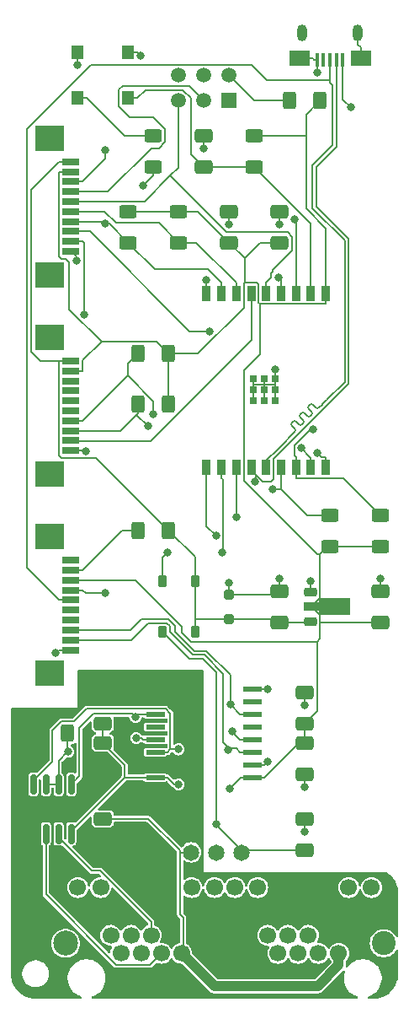
<source format=gbr>
%TF.GenerationSoftware,KiCad,Pcbnew,8.0.3-8.0.3-0~ubuntu22.04.1*%
%TF.CreationDate,2024-10-22T15:42:06+03:00*%
%TF.ProjectId,PM-ESPC3,504d2d45-5350-4433-932e-6b696361645f,rev?*%
%TF.SameCoordinates,Original*%
%TF.FileFunction,Copper,L1,Top*%
%TF.FilePolarity,Positive*%
%FSLAX46Y46*%
G04 Gerber Fmt 4.6, Leading zero omitted, Abs format (unit mm)*
G04 Created by KiCad (PCBNEW 8.0.3-8.0.3-0~ubuntu22.04.1) date 2024-10-22 15:42:06*
%MOMM*%
%LPD*%
G01*
G04 APERTURE LIST*
G04 Aperture macros list*
%AMRoundRect*
0 Rectangle with rounded corners*
0 $1 Rounding radius*
0 $2 $3 $4 $5 $6 $7 $8 $9 X,Y pos of 4 corners*
0 Add a 4 corners polygon primitive as box body*
4,1,4,$2,$3,$4,$5,$6,$7,$8,$9,$2,$3,0*
0 Add four circle primitives for the rounded corners*
1,1,$1+$1,$2,$3*
1,1,$1+$1,$4,$5*
1,1,$1+$1,$6,$7*
1,1,$1+$1,$8,$9*
0 Add four rect primitives between the rounded corners*
20,1,$1+$1,$2,$3,$4,$5,0*
20,1,$1+$1,$4,$5,$6,$7,0*
20,1,$1+$1,$6,$7,$8,$9,0*
20,1,$1+$1,$8,$9,$2,$3,0*%
%AMFreePoly0*
4,1,9,3.862500,-0.866500,0.737500,-0.866500,0.737500,-0.450000,-0.737500,-0.450000,-0.737500,0.450000,0.737500,0.450000,0.737500,0.866500,3.862500,0.866500,3.862500,-0.866500,3.862500,-0.866500,$1*%
G04 Aperture macros list end*
%TA.AperFunction,SMDPad,CuDef*%
%ADD10RoundRect,0.250000X0.625000X-0.400000X0.625000X0.400000X-0.625000X0.400000X-0.625000X-0.400000X0*%
%TD*%
%TA.AperFunction,SMDPad,CuDef*%
%ADD11R,1.244600X1.346200*%
%TD*%
%TA.AperFunction,SMDPad,CuDef*%
%ADD12R,0.889000X1.498600*%
%TD*%
%TA.AperFunction,SMDPad,CuDef*%
%ADD13R,0.711200X0.711200*%
%TD*%
%TA.AperFunction,SMDPad,CuDef*%
%ADD14RoundRect,0.250000X0.650000X-0.412500X0.650000X0.412500X-0.650000X0.412500X-0.650000X-0.412500X0*%
%TD*%
%TA.AperFunction,ComponentPad*%
%ADD15R,1.500000X1.500000*%
%TD*%
%TA.AperFunction,ComponentPad*%
%ADD16C,1.500000*%
%TD*%
%TA.AperFunction,SMDPad,CuDef*%
%ADD17RoundRect,0.225000X-0.425000X-0.225000X0.425000X-0.225000X0.425000X0.225000X-0.425000X0.225000X0*%
%TD*%
%TA.AperFunction,SMDPad,CuDef*%
%ADD18FreePoly0,0.000000*%
%TD*%
%TA.AperFunction,SMDPad,CuDef*%
%ADD19R,0.406400X1.350000*%
%TD*%
%TA.AperFunction,SMDPad,CuDef*%
%ADD20R,2.108200X1.600200*%
%TD*%
%TA.AperFunction,ComponentPad*%
%ADD21O,1.000000X1.700000*%
%TD*%
%TA.AperFunction,SMDPad,CuDef*%
%ADD22RoundRect,0.250000X0.400000X0.625000X-0.400000X0.625000X-0.400000X-0.625000X0.400000X-0.625000X0*%
%TD*%
%TA.AperFunction,SMDPad,CuDef*%
%ADD23RoundRect,0.150000X-0.150000X0.825000X-0.150000X-0.825000X0.150000X-0.825000X0.150000X0.825000X0*%
%TD*%
%TA.AperFunction,SMDPad,CuDef*%
%ADD24RoundRect,0.250000X-0.650000X0.412500X-0.650000X-0.412500X0.650000X-0.412500X0.650000X0.412500X0*%
%TD*%
%TA.AperFunction,SMDPad,CuDef*%
%ADD25R,1.803400X0.635000*%
%TD*%
%TA.AperFunction,SMDPad,CuDef*%
%ADD26R,2.997200X2.590800*%
%TD*%
%TA.AperFunction,SMDPad,CuDef*%
%ADD27RoundRect,0.250000X0.250000X-0.250000X0.250000X0.250000X-0.250000X0.250000X-0.250000X-0.250000X0*%
%TD*%
%TA.AperFunction,SMDPad,CuDef*%
%ADD28RoundRect,0.225000X0.225000X0.375000X-0.225000X0.375000X-0.225000X-0.375000X0.225000X-0.375000X0*%
%TD*%
%TA.AperFunction,SMDPad,CuDef*%
%ADD29RoundRect,0.250000X-0.625000X0.400000X-0.625000X-0.400000X0.625000X-0.400000X0.625000X0.400000X0*%
%TD*%
%TA.AperFunction,ComponentPad*%
%ADD30C,1.650000*%
%TD*%
%TA.AperFunction,SMDPad,CuDef*%
%ADD31R,1.854200X0.482600*%
%TD*%
%TA.AperFunction,ComponentPad*%
%ADD32C,1.700000*%
%TD*%
%TA.AperFunction,ComponentPad*%
%ADD33C,2.500000*%
%TD*%
%TA.AperFunction,ComponentPad*%
%ADD34C,2.400000*%
%TD*%
%TA.AperFunction,ViaPad*%
%ADD35C,0.800000*%
%TD*%
%TA.AperFunction,Conductor*%
%ADD36C,0.200000*%
%TD*%
%TA.AperFunction,Conductor*%
%ADD37C,1.000000*%
%TD*%
G04 APERTURE END LIST*
D10*
%TO.P,R9,1*%
%TO.N,+3.3V*%
X7620000Y-4090000D03*
%TO.P,R9,2*%
%TO.N,/CS3*%
X7620000Y-990000D03*
%TD*%
D11*
%TO.P,SW2,1,1*%
%TO.N,GND*%
X-12700000Y45466000D03*
%TO.P,SW2,2,2*%
%TO.N,/EN*%
X-12700000Y40894000D03*
%TD*%
D12*
%TO.P,U1,1,3V3*%
%TO.N,+3.3V*%
X7199998Y21310000D03*
%TO.P,U1,2,EN*%
%TO.N,/EN*%
X5699999Y21310000D03*
%TO.P,U1,3,IO4*%
%TO.N,/MOSI*%
X4199999Y21310000D03*
%TO.P,U1,4,IO5*%
%TO.N,/MISO*%
X2700000Y21310000D03*
%TO.P,U1,5,IO6*%
%TO.N,/SCK*%
X1200000Y21310000D03*
%TO.P,U1,6,IO7*%
%TO.N,/INT*%
X-300000Y21310000D03*
%TO.P,U1,7,IO8*%
%TO.N,/CS0*%
X-1800002Y21310000D03*
%TO.P,U1,8,IO9*%
%TO.N,/CS1*%
X-3300001Y21310000D03*
%TO.P,U1,9,GND*%
%TO.N,GND*%
X-4800001Y21310000D03*
%TO.P,U1,10,IO10*%
%TO.N,/UART_DIR*%
X-4799998Y3810000D03*
%TO.P,U1,11,RXD_(IO20)*%
%TO.N,/UART_RX*%
X-3299999Y3810000D03*
%TO.P,U1,12,TXD_(IO21)*%
%TO.N,/UART_TX*%
X-1799999Y3810000D03*
%TO.P,U1,13,IO18_(USB_D-)*%
%TO.N,/USB_D-*%
X-300000Y3810000D03*
%TO.P,U1,14,IO19_(USB_D+)*%
%TO.N,/USB_D+*%
X1200000Y3810000D03*
%TO.P,U1,15,IO3*%
%TO.N,/CS3*%
X2700000Y3810000D03*
%TO.P,U1,16,IO2*%
%TO.N,/CS2*%
X4200002Y3810000D03*
%TO.P,U1,17,IO1*%
%TO.N,/SCL*%
X5700001Y3810000D03*
%TO.P,U1,18,IO0*%
%TO.N,/SDA*%
X7200001Y3810000D03*
D13*
%TO.P,U1,EPAD,EPAD*%
%TO.N,GND*%
X2100000Y12700000D03*
X1000000Y12700000D03*
X-100000Y12700000D03*
X2100000Y11600000D03*
X1000000Y11600000D03*
X-100000Y11600000D03*
X2100000Y10500000D03*
X1000000Y10500000D03*
X-100000Y10500000D03*
%TD*%
D14*
%TO.P,C9,1*%
%TO.N,+3.3V*%
X5080000Y-21882500D03*
%TO.P,C9,2*%
%TO.N,GND*%
X5080000Y-18757500D03*
%TD*%
D15*
%TO.P,SW4,1*%
%TO.N,/MOSI*%
X-2540000Y40640000D03*
D16*
%TO.P,SW4,2*%
%TO.N,/MISO*%
X-5080000Y40640000D03*
%TO.P,SW4,3*%
%TO.N,/SCK*%
X-7620000Y40640000D03*
%TO.P,SW4,4*%
%TO.N,Net-(R6-Pad2)*%
X-2540000Y43180000D03*
%TO.P,SW4,5*%
X-5080000Y43180000D03*
%TO.P,SW4,6*%
X-7620000Y43180000D03*
%TD*%
D17*
%TO.P,U2,1,GND*%
%TO.N,GND*%
X5670000Y-8660000D03*
D18*
%TO.P,U2,2,OUTPUT*%
%TO.N,+3.3V*%
X5757500Y-10160000D03*
D17*
%TO.P,U2,3,INPUT*%
%TO.N,+5V*%
X5670000Y-11660000D03*
%TD*%
D19*
%TO.P,J1,1,VBUS*%
%TO.N,Net-(D1-A)*%
X8920000Y44749992D03*
%TO.P,J1,2,D-*%
%TO.N,/USB_D-*%
X8270014Y44749992D03*
%TO.P,J1,3,D+*%
%TO.N,/USB_D+*%
X7620028Y44749992D03*
%TO.P,J1,4,ID*%
%TO.N,unconnected-(J1-ID-Pad4)*%
X6970042Y44749992D03*
D20*
%TO.P,J1,5,GND*%
%TO.N,GND*%
X10720027Y44875100D03*
D21*
X10445029Y47425108D03*
D19*
X6320056Y44749992D03*
D21*
X4795027Y47425108D03*
D20*
X4520029Y44875100D03*
%TD*%
D22*
%TO.P,R11,1*%
%TO.N,+3.3V*%
X-8610000Y15240000D03*
%TO.P,R11,2*%
%TO.N,/SDA*%
X-11710000Y15240000D03*
%TD*%
D14*
%TO.P,C4,1*%
%TO.N,+5V*%
X2540000Y-11722500D03*
%TO.P,C4,2*%
%TO.N,GND*%
X2540000Y-8597500D03*
%TD*%
D23*
%TO.P,U3,1,RO*%
%TO.N,/UART_RX_ISO*%
X-18415000Y-28005000D03*
%TO.P,U3,2,~{RE}*%
%TO.N,/UART_DIR_ISO*%
X-19685000Y-28005000D03*
%TO.P,U3,3,DE*%
X-20955000Y-28005000D03*
%TO.P,U3,4,DI*%
%TO.N,/UART_TX_ISO*%
X-22225000Y-28005000D03*
%TO.P,U3,5,GND*%
%TO.N,GND_ISO*%
X-22225000Y-32955000D03*
%TO.P,U3,6,A*%
%TO.N,/A*%
X-20955000Y-32955000D03*
%TO.P,U3,7,B*%
%TO.N,/B*%
X-19685000Y-32955000D03*
%TO.P,U3,8,VCC*%
%TO.N,+3.3V_ISO*%
X-18415000Y-32955000D03*
%TD*%
D24*
%TO.P,C6,1*%
%TO.N,+3.3V*%
X5080000Y-23837500D03*
%TO.P,C6,2*%
%TO.N,GND*%
X5080000Y-26962500D03*
%TD*%
D25*
%TO.P,J8,1,Pin_1*%
%TO.N,+5V*%
X-18444000Y34499991D03*
%TO.P,J8,2,Pin_2*%
%TO.N,+3.3V*%
X-18444000Y33499993D03*
%TO.P,J8,3,Pin_3*%
%TO.N,/MOSI*%
X-18444000Y32499995D03*
%TO.P,J8,4,Pin_4*%
%TO.N,/MISO*%
X-18444000Y31499997D03*
%TO.P,J8,5,Pin_5*%
%TO.N,/SCK*%
X-18444000Y30499999D03*
%TO.P,J8,6,Pin_6*%
%TO.N,/CS0*%
X-18444000Y29500001D03*
%TO.P,J8,7,Pin_7*%
%TO.N,/CS1*%
X-18444000Y28500003D03*
%TO.P,J8,8,Pin_8*%
%TO.N,/CS2*%
X-18444000Y27500005D03*
%TO.P,J8,9,Pin_9*%
%TO.N,/CS3*%
X-18444000Y26500007D03*
%TO.P,J8,10,Pin_10*%
%TO.N,GND*%
X-18444000Y25500009D03*
D26*
%TO.P,J8,11*%
%TO.N,N/C*%
X-20614001Y36850002D03*
%TO.P,J8,12*%
X-20614001Y23149998D03*
%TD*%
D22*
%TO.P,R10,1*%
%TO.N,+3.3V*%
X-8610000Y10160000D03*
%TO.P,R10,2*%
%TO.N,/SCL*%
X-11710000Y10160000D03*
%TD*%
D27*
%TO.P,D3,1,A1*%
%TO.N,+5V*%
X-2540000Y-11410000D03*
%TO.P,D3,2,A2*%
%TO.N,GND*%
X-2540000Y-8910000D03*
%TD*%
D22*
%TO.P,R5,1*%
%TO.N,/UART_DIR_ISO*%
X-18770000Y-22860000D03*
%TO.P,R5,2*%
%TO.N,GND_ISO*%
X-21870000Y-22860000D03*
%TD*%
D10*
%TO.P,R4,1*%
%TO.N,/CS1*%
X-10160000Y34010000D03*
%TO.P,R4,2*%
%TO.N,Net-(R4-Pad2)*%
X-10160000Y37110000D03*
%TD*%
D14*
%TO.P,C3,1*%
%TO.N,+3.3V*%
X-2540000Y26377500D03*
%TO.P,C3,2*%
%TO.N,GND*%
X-2540000Y29502500D03*
%TD*%
%TO.P,C1,1*%
%TO.N,/EN*%
X-5080000Y33997500D03*
%TO.P,C1,2*%
%TO.N,GND*%
X-5080000Y37122500D03*
%TD*%
D24*
%TO.P,C8,1*%
%TO.N,+3.3V_ISO*%
X-15240000Y-23837500D03*
%TO.P,C8,2*%
%TO.N,GND_ISO*%
X-15240000Y-26962500D03*
%TD*%
D22*
%TO.P,R7,1*%
%TO.N,+5V*%
X-8610000Y-2540000D03*
%TO.P,R7,2*%
%TO.N,Net-(J5-Pin_2)*%
X-11710000Y-2540000D03*
%TD*%
%TO.P,R6,1*%
%TO.N,+3.3V*%
X6630000Y40640000D03*
%TO.P,R6,2*%
%TO.N,Net-(R6-Pad2)*%
X3530000Y40640000D03*
%TD*%
D24*
%TO.P,C11,1*%
%TO.N,+5V_ISO*%
X-15240000Y-31457500D03*
%TO.P,C11,2*%
%TO.N,GND_ISO*%
X-15240000Y-34582500D03*
%TD*%
D28*
%TO.P,D1,1,K*%
%TO.N,+5V*%
X-5970000Y-7620000D03*
%TO.P,D1,2,A*%
%TO.N,Net-(D1-A)*%
X-9270000Y-7620000D03*
%TD*%
D25*
%TO.P,J5,1,Pin_1*%
%TO.N,unconnected-(J5-Pin_1-Pad1)*%
X-18444000Y-5500009D03*
%TO.P,J5,2,Pin_2*%
%TO.N,Net-(J5-Pin_2)*%
X-18444000Y-6500007D03*
%TO.P,J5,3,Pin_3*%
%TO.N,+3.3V*%
X-18444000Y-7500005D03*
%TO.P,J5,4,Pin_4*%
%TO.N,/USB_D-*%
X-18444000Y-8500003D03*
%TO.P,J5,5,Pin_5*%
%TO.N,/USB_D+*%
X-18444000Y-9500001D03*
%TO.P,J5,6,Pin_6*%
%TO.N,unconnected-(J5-Pin_6-Pad6)*%
X-18444000Y-10499999D03*
%TO.P,J5,7,Pin_7*%
%TO.N,unconnected-(J5-Pin_7-Pad7)*%
X-18444000Y-11499997D03*
%TO.P,J5,8,Pin_8*%
%TO.N,/UART_RX*%
X-18444000Y-12499995D03*
%TO.P,J5,9,Pin_9*%
%TO.N,/UART_TX*%
X-18444000Y-13499993D03*
%TO.P,J5,10,Pin_10*%
%TO.N,GND*%
X-18444000Y-14499991D03*
D26*
%TO.P,J5,11*%
%TO.N,N/C*%
X-20614001Y-3149998D03*
%TO.P,J5,12*%
X-20614001Y-16850002D03*
%TD*%
D29*
%TO.P,R2,1*%
%TO.N,+3.3V*%
X-7620000Y29490000D03*
%TO.P,R2,2*%
%TO.N,/CS0*%
X-7620000Y26390000D03*
%TD*%
%TO.P,R3,1*%
%TO.N,+3.3V*%
X-12700000Y29490000D03*
%TO.P,R3,2*%
%TO.N,/CS1*%
X-12700000Y26390000D03*
%TD*%
D28*
%TO.P,D2,1,K*%
%TO.N,+5V*%
X-5970000Y-12700000D03*
%TO.P,D2,2,A*%
%TO.N,+5V_BUS*%
X-9270000Y-12700000D03*
%TD*%
D11*
%TO.P,SW1,1,1*%
%TO.N,GND*%
X-17780000Y45466000D03*
%TO.P,SW1,2,2*%
%TO.N,Net-(R4-Pad2)*%
X-17780000Y40894000D03*
%TD*%
D25*
%TO.P,J2,1,Pin_1*%
%TO.N,+5V*%
X-18444000Y14499991D03*
%TO.P,J2,2,Pin_2*%
%TO.N,+3.3V*%
X-18444000Y13499993D03*
%TO.P,J2,3,Pin_3*%
%TO.N,unconnected-(J2-Pin_3-Pad3)*%
X-18444000Y12499995D03*
%TO.P,J2,4,Pin_4*%
%TO.N,unconnected-(J2-Pin_4-Pad4)*%
X-18444000Y11499997D03*
%TO.P,J2,5,Pin_5*%
%TO.N,unconnected-(J2-Pin_5-Pad5)*%
X-18444000Y10499999D03*
%TO.P,J2,6,Pin_6*%
%TO.N,unconnected-(J2-Pin_6-Pad6)*%
X-18444000Y9500001D03*
%TO.P,J2,7,Pin_7*%
%TO.N,/SDA*%
X-18444000Y8500003D03*
%TO.P,J2,8,Pin_8*%
%TO.N,/SCL*%
X-18444000Y7500005D03*
%TO.P,J2,9,Pin_9*%
%TO.N,/INT*%
X-18444000Y6500007D03*
%TO.P,J2,10,Pin_10*%
%TO.N,GND*%
X-18444000Y5500009D03*
D26*
%TO.P,J2,11*%
%TO.N,N/C*%
X-20614001Y16850002D03*
%TO.P,J2,12*%
X-20614001Y3149998D03*
%TD*%
D29*
%TO.P,R1,1*%
%TO.N,+3.3V*%
X0Y37110000D03*
%TO.P,R1,2*%
%TO.N,/EN*%
X0Y34010000D03*
%TD*%
D14*
%TO.P,C10,1*%
%TO.N,+3.3V_ISO*%
X-15240000Y-21882500D03*
%TO.P,C10,2*%
%TO.N,GND_ISO*%
X-15240000Y-18757500D03*
%TD*%
D30*
%TO.P,PS1,1,GND*%
%TO.N,GND_ISO*%
X-8890000Y-34820000D03*
%TO.P,PS1,2,VIN*%
%TO.N,+5V_ISO*%
X-6350000Y-34820000D03*
%TO.P,PS1,3,0V*%
%TO.N,GND*%
X-3810000Y-34820000D03*
%TO.P,PS1,4,+VO*%
%TO.N,+5V_BUS*%
X-1270000Y-34820000D03*
%TD*%
D24*
%TO.P,C2,1*%
%TO.N,GND*%
X2540000Y29502500D03*
%TO.P,C2,2*%
%TO.N,+3.3V*%
X2540000Y26377500D03*
%TD*%
D14*
%TO.P,C5,1*%
%TO.N,+3.3V*%
X12700000Y-11722500D03*
%TO.P,C5,2*%
%TO.N,GND*%
X12700000Y-8597500D03*
%TD*%
D31*
%TO.P,U4,1,VDD*%
%TO.N,+3.3V*%
X-203200Y-27305000D03*
%TO.P,U4,2,GNDA*%
%TO.N,GND*%
X-203200Y-26035000D03*
%TO.P,U4,3,VI1*%
%TO.N,/UART_TX*%
X-203200Y-24765000D03*
%TO.P,U4,4,VI2*%
%TO.N,/UART_DIR*%
X-203200Y-23495000D03*
%TO.P,U4,5,VI3*%
%TO.N,unconnected-(U4-VI3-Pad5)*%
X-203200Y-22225000D03*
%TO.P,U4,6,VO4*%
%TO.N,/UART_RX*%
X-203200Y-20955000D03*
%TO.P,U4,7,NC*%
%TO.N,unconnected-(U4-NC-Pad7)*%
X-203200Y-19685000D03*
%TO.P,U4,8,GNDA*%
%TO.N,GND*%
X-203200Y-18415000D03*
%TO.P,U4,9,GNDB*%
%TO.N,GND_ISO*%
X-9956800Y-18415000D03*
%TO.P,U4,10,SEL*%
X-9956800Y-19685000D03*
%TO.P,U4,11,VI4*%
%TO.N,/UART_RX_ISO*%
X-9956800Y-20955000D03*
%TO.P,U4,12,VO3*%
%TO.N,unconnected-(U4-VO3-Pad12)*%
X-9956800Y-22225000D03*
%TO.P,U4,13,VO2*%
%TO.N,/UART_DIR_ISO*%
X-9956800Y-23495000D03*
%TO.P,U4,14,VO1*%
%TO.N,/UART_TX_ISO*%
X-9956800Y-24765000D03*
%TO.P,U4,15,GNDB*%
%TO.N,GND_ISO*%
X-9956800Y-26035000D03*
%TO.P,U4,16,VISO*%
%TO.N,+3.3V_ISO*%
X-9956800Y-27305000D03*
%TD*%
D10*
%TO.P,R8,1*%
%TO.N,+3.3V*%
X12700000Y-4090000D03*
%TO.P,R8,2*%
%TO.N,/CS2*%
X12700000Y-990000D03*
%TD*%
D14*
%TO.P,C7,1*%
%TO.N,+5V_BUS*%
X5080000Y-34582500D03*
%TO.P,C7,2*%
%TO.N,GND*%
X5080000Y-31457500D03*
%TD*%
D32*
%TO.P,J7,1,1*%
%TO.N,+5V_ISO*%
X8495000Y-44950000D03*
%TO.P,J7,2,2*%
%TO.N,GND_ISO*%
X7475000Y-43150000D03*
%TO.P,J7,3,3*%
%TO.N,/A*%
X6455000Y-44950000D03*
%TO.P,J7,4,4*%
%TO.N,/B*%
X5435000Y-43150000D03*
%TO.P,J7,5,5*%
%TO.N,unconnected-(J7-Pad5)*%
X4415000Y-44950000D03*
%TO.P,J7,6,6*%
%TO.N,unconnected-(J7-Pad6)*%
X3395000Y-43150000D03*
%TO.P,J7,7,7*%
%TO.N,unconnected-(J7-Pad7)*%
X2375000Y-44950000D03*
%TO.P,J7,8,8*%
%TO.N,unconnected-(J7-Pad8)*%
X1355000Y-43150000D03*
%TO.P,J7,9,9*%
%TO.N,+5V_ISO*%
X-7305000Y-44950000D03*
%TO.P,J7,10,10*%
%TO.N,GND_ISO*%
X-8325000Y-43150000D03*
%TO.P,J7,11,11*%
%TO.N,/A*%
X-9345000Y-44950000D03*
%TO.P,J7,12,12*%
%TO.N,/B*%
X-10365000Y-43150000D03*
%TO.P,J7,13,13*%
%TO.N,unconnected-(J7-Pad13)*%
X-11385000Y-44950000D03*
%TO.P,J7,14,14*%
%TO.N,unconnected-(J7-Pad14)*%
X-12405000Y-43150000D03*
%TO.P,J7,15,15*%
%TO.N,unconnected-(J7-Pad15)*%
X-13425000Y-44950000D03*
%TO.P,J7,16,16*%
%TO.N,unconnected-(J7-Pad16)*%
X-14445000Y-43150000D03*
%TO.P,J7,17*%
%TO.N,N/C*%
X11800000Y-38350000D03*
%TO.P,J7,18*%
X9500000Y-38350000D03*
%TO.P,J7,19*%
X350000Y-38350000D03*
%TO.P,J7,20*%
X-1950000Y-38350000D03*
%TO.P,J7,21*%
X-4000000Y-38350000D03*
%TO.P,J7,22*%
X-6300000Y-38350000D03*
%TO.P,J7,23*%
X-15450000Y-38350000D03*
%TO.P,J7,24*%
X-17750000Y-38350000D03*
D33*
%TO.P,J7,PE,PE*%
%TO.N,PE*%
X-18975000Y-43950000D03*
D34*
X13025000Y-43950000D03*
%TD*%
D35*
%TO.N,GND*%
X-4800000Y22661000D03*
X12700000Y-7330500D03*
X6320100Y43457600D03*
X1330400Y-25730200D03*
X2540000Y28229400D03*
X-17780000Y44182700D03*
X-17903400Y24570400D03*
X5080000Y-32743600D03*
X5080000Y-28235000D03*
X2100000Y13662500D03*
X-2538700Y-7791800D03*
X-5080000Y35854800D03*
X-19955700Y-14777300D03*
X5670000Y-7598000D03*
X-16924000Y5482300D03*
X5080000Y-20037800D03*
X-2540000Y28230300D03*
X1345600Y-18410200D03*
X2540000Y-7319700D03*
X-11469800Y45159800D03*
%TO.N,/SCL*%
X-10682800Y7951700D03*
X4729200Y5748300D03*
%TO.N,/SDA*%
X-10145300Y9190600D03*
X6359800Y5274100D03*
%TO.N,/USB_D-*%
X-15000000Y-8800000D03*
X37800Y2393900D03*
%TO.N,+3.3V*%
X-2441400Y-28384300D03*
%TO.N,/MOSI*%
X4019800Y28692100D03*
X-14957100Y35652900D03*
%TO.N,/MISO*%
X2450700Y22851300D03*
%TO.N,/CS1*%
X-11224900Y32070800D03*
X-15009000Y28286700D03*
%TO.N,Net-(D1-A)*%
X-8755000Y-4708000D03*
X9687000Y40000000D03*
%TO.N,/UART_DIR*%
X-3851400Y-3048000D03*
X-2181600Y-22686500D03*
%TO.N,/UART_RX*%
X-2418600Y-20000000D03*
X-3240500Y-4699000D03*
%TO.N,/UART_TX*%
X-1778000Y-1143000D03*
X-2665100Y-24517200D03*
%TO.N,/CS2*%
X-4456700Y17456700D03*
X5947000Y7667600D03*
%TO.N,/CS3*%
X-17105700Y19186400D03*
X1875100Y1614600D03*
%TO.N,+3.3V_ISO*%
X-7615000Y-28000000D03*
%TO.N,/UART_DIR_ISO*%
X-18748700Y-24729300D03*
X-11873400Y-23330400D03*
%TO.N,/UART_RX_ISO*%
X-11941900Y-21238900D03*
%TO.N,+5V_BUS*%
X-3810000Y-32004000D03*
%TO.N,/UART_TX_ISO*%
X-7615000Y-24480000D03*
%TD*%
D36*
%TO.N,/EN*%
X-12500Y33997500D02*
X-5080000Y33997500D01*
X-11776000Y40894000D02*
X-10958000Y41712000D01*
X-7182600Y41712000D02*
X-6350000Y40879400D01*
X-12500Y33997500D02*
X5700000Y28285000D01*
X-6350000Y35267500D02*
X-5080000Y33997500D01*
X-12700000Y40894000D02*
X-11776000Y40894000D01*
X5700000Y28285000D02*
X5700000Y21310000D01*
X-6350000Y40879400D02*
X-6350000Y35267500D01*
X0Y34010000D02*
X-12500Y33997500D01*
X-10958000Y41712000D02*
X-7182600Y41712000D01*
%TO.N,GND*%
X4520000Y44875100D02*
X5875800Y44875100D01*
X1345600Y-18410200D02*
X1030400Y-18410200D01*
X-17903400Y24959400D02*
X-18444000Y25500000D01*
X-100000Y12150000D02*
X-100000Y11600000D01*
X-100000Y11600000D02*
X-100000Y10500000D01*
X5080000Y-31457500D02*
X5080000Y-32743600D01*
X-17780000Y44182700D02*
X-17780000Y45466000D01*
X-17903400Y24570400D02*
X-17903400Y24959400D01*
X5080000Y-18757500D02*
X5080000Y-20037800D01*
X1000000Y12700000D02*
X1000000Y12150000D01*
X2100000Y12150000D02*
X2100000Y11600000D01*
X6320100Y43457600D02*
X6320100Y44750000D01*
X1000000Y12150000D02*
X-100000Y12150000D01*
X-19924700Y-14777300D02*
X-19647400Y-14500000D01*
X1000000Y11600000D02*
X1000000Y10500000D01*
X5670000Y-8660000D02*
X5670000Y-7598000D01*
X6320100Y44750000D02*
X6000900Y44750000D01*
X-2540000Y29502500D02*
X-2540000Y28230300D01*
X-11469800Y45159800D02*
X-11776000Y45466000D01*
X10445000Y46273400D02*
X10720000Y45998400D01*
X2100000Y12700000D02*
X2100000Y12150000D01*
X-203200Y-18415000D02*
X1025600Y-18415000D01*
X-17222900Y5482300D02*
X-17240600Y5500000D01*
X2540000Y-7319700D02*
X2540000Y-8597500D01*
X12700000Y-8597500D02*
X12700000Y-7330500D01*
X5080000Y-28235000D02*
X5080000Y-26962500D01*
X-100000Y12700000D02*
X-100000Y12150000D01*
X2540000Y29502500D02*
X2540000Y28229400D01*
X2100000Y13662500D02*
X2100000Y12700000D01*
X1000000Y12150000D02*
X1000000Y11600000D01*
X10720000Y45998400D02*
X10720000Y44875100D01*
X-16924000Y5482300D02*
X-17222900Y5482300D01*
X1030400Y-18410200D02*
X1025600Y-18415000D01*
X2100000Y12150000D02*
X1000000Y12150000D01*
X-2540000Y-8910000D02*
X2227500Y-8910000D01*
X-4800000Y21310000D02*
X-4800000Y22661000D01*
X-2540000Y-7793100D02*
X-2538700Y-7791800D01*
X-18444000Y5500000D02*
X-17240600Y5500000D01*
X2100000Y11600000D02*
X2100000Y10500000D01*
X-203200Y-26035000D02*
X1025600Y-26035000D01*
X-12700000Y45466000D02*
X-11776000Y45466000D01*
X-19955700Y-14777300D02*
X-19924700Y-14777300D01*
X10445000Y47425100D02*
X10445000Y46273400D01*
X2227500Y-8910000D02*
X2540000Y-8597500D01*
X1330400Y-25730200D02*
X1025600Y-26035000D01*
X-2540000Y-8910000D02*
X-2540000Y-7793100D01*
X6000900Y44750000D02*
X5875800Y44875100D01*
X-18444000Y-14500000D02*
X-19647400Y-14500000D01*
X-5080000Y37122500D02*
X-5080000Y35854800D01*
%TO.N,Net-(R4-Pad2)*%
X-17780000Y40894000D02*
X-16856000Y40894000D01*
X-16856000Y40894000D02*
X-13072000Y37110000D01*
X-13072000Y37110000D02*
X-10160000Y37110000D01*
%TO.N,/SCL*%
X5616500Y4861000D02*
X4729200Y5748300D01*
X5700000Y3810000D02*
X5700000Y4861000D01*
X-13456600Y7500000D02*
X-18444000Y7500000D01*
X-11843800Y9112800D02*
X-10682800Y7951700D01*
X-11710000Y10160000D02*
X-11710000Y9246600D01*
X-11843800Y9112800D02*
X-13456600Y7500000D01*
X5700000Y4861000D02*
X5616500Y4861000D01*
X-11710000Y9246600D02*
X-11843800Y9112800D01*
%TO.N,/SDA*%
X-12705900Y14244100D02*
X-12705900Y13034700D01*
X-17240600Y8500000D02*
X-12705900Y13034700D01*
X-18444000Y8500000D02*
X-17240600Y8500000D01*
X6772900Y4861000D02*
X7200000Y4861000D01*
X-11710000Y15240000D02*
X-12705900Y14244100D01*
X6359800Y5274100D02*
X6772900Y4861000D01*
X7200000Y3810000D02*
X7200000Y4861000D01*
X-12705900Y13034700D02*
X-10145300Y10474100D01*
X-10145300Y10474100D02*
X-10145300Y9190600D01*
%TO.N,/USB_D+*%
X4061112Y7370001D02*
X3976260Y7285147D01*
X5842000Y34163000D02*
X5842000Y29845000D01*
X5842000Y29845000D02*
X9099600Y26587400D01*
X3976260Y7285147D02*
X2668112Y5976998D01*
X5333906Y8982204D02*
X5060296Y9255814D01*
X5673318Y8982205D02*
X5673318Y8982204D01*
X5569466Y10104290D02*
X5484613Y10019438D01*
X-275700Y44236000D02*
X1247100Y42713200D01*
X4485377Y8133675D02*
X4211785Y8407267D01*
X3872374Y8407267D02*
X3787521Y8322415D01*
X1247100Y42713200D02*
X7569200Y42713200D01*
X6810279Y10119165D02*
X6521847Y9830733D01*
X-22889000Y-6258400D02*
X-22889000Y37808700D01*
X9099600Y26587400D02*
X9099600Y12408486D01*
X-22889000Y37808700D02*
X-16461700Y44236000D01*
X-19647400Y-9500000D02*
X-22889000Y-6258400D01*
X7263914Y10572799D02*
X6839328Y10148213D01*
X7289590Y10598476D02*
X7263914Y10572799D01*
X7569200Y44699164D02*
X7569200Y42468800D01*
X4824789Y8133676D02*
X4824789Y8133675D01*
X4636032Y8831550D02*
X4909641Y8557941D01*
X9099600Y12408486D02*
X7289590Y10598476D01*
X3787521Y7983003D02*
X4061112Y7709412D01*
X-18444000Y-9500000D02*
X-19647400Y-9500000D01*
X-16461700Y44236000D02*
X-275700Y44236000D01*
X2416701Y5725587D02*
X1200000Y4508886D01*
X4909641Y8218530D02*
X4824789Y8133676D01*
X2668112Y5976998D02*
X2416701Y5725587D01*
X7620028Y44749992D02*
X7569200Y44699164D01*
X4720885Y9255814D02*
X4636032Y9170962D01*
X6839328Y10148213D02*
X6810279Y10119165D01*
X1200000Y4508886D02*
X1200000Y3810000D01*
X5484613Y9680026D02*
X5758169Y9406470D01*
X5758169Y9067058D02*
X5673318Y8982205D01*
X7874000Y42164000D02*
X7874000Y36195000D01*
X7569200Y42468800D02*
X7874000Y42164000D01*
X6182435Y9830733D02*
X5908878Y10104290D01*
X7874000Y36195000D02*
X5842000Y34163000D01*
X4636032Y9170962D02*
G75*
G03*
X4636076Y8831594I169668J-169662D01*
G01*
X5758169Y9406470D02*
G75*
G02*
X5758133Y9067094I-169669J-169670D01*
G01*
X5908878Y10104290D02*
G75*
G03*
X5569466Y10104290I-169706J-169704D01*
G01*
X3787521Y8322415D02*
G75*
G03*
X3787512Y7982994I169679J-169715D01*
G01*
X4824789Y8133675D02*
G75*
G02*
X4485377Y8133675I-169706J169704D01*
G01*
X5484613Y10019438D02*
G75*
G03*
X5484581Y9679994I169687J-169738D01*
G01*
X4211785Y8407267D02*
G75*
G03*
X3872375Y8407267I-169705J-169703D01*
G01*
X6521847Y9830733D02*
G75*
G02*
X6182435Y9830733I-169706J169704D01*
G01*
X5673318Y8982204D02*
G75*
G02*
X5333906Y8982204I-169706J169704D01*
G01*
X4061112Y7709412D02*
G75*
G02*
X4061119Y7369995I-169712J-169712D01*
G01*
X4909641Y8557941D02*
G75*
G02*
X4909677Y8218495I-169741J-169741D01*
G01*
X5060296Y9255814D02*
G75*
G03*
X4720886Y9255814I-169705J-169703D01*
G01*
%TO.N,/USB_D-*%
X8274000Y42329686D02*
X8274000Y36029314D01*
X-15000000Y-8800000D02*
X-16940600Y-8800000D01*
X1676400Y2387600D02*
X817600Y2387600D01*
X177800Y3027400D02*
X177800Y2533900D01*
X8270014Y42333672D02*
X8274000Y42329686D01*
X817600Y2387600D02*
X-300000Y3505200D01*
X8270014Y44749992D02*
X8270014Y42333672D01*
X9499600Y12242800D02*
X1944500Y4687700D01*
X-16940600Y-8800000D02*
X-17240600Y-8500000D01*
X8274000Y36029314D02*
X6242000Y33997314D01*
X177800Y2533900D02*
X37800Y2393900D01*
X6242000Y33997314D02*
X6242000Y30010686D01*
X9499600Y26753086D02*
X9499600Y12242800D01*
X6242000Y30010686D02*
X9499600Y26753086D01*
X-300000Y3505200D02*
X-300000Y3810000D01*
X1944500Y2655700D02*
X1676400Y2387600D01*
X1944500Y4687700D02*
X1944500Y2655700D01*
X-18444000Y-8500000D02*
X-17240600Y-8500000D01*
%TO.N,+5V*%
X-22442300Y31705100D02*
X-19647400Y34500000D01*
X2227500Y-11410000D02*
X-2540000Y-11410000D01*
X-5970000Y-11410000D02*
X-2540000Y-11410000D01*
X-19647400Y14500000D02*
X-21494400Y14500000D01*
X-15930600Y4780600D02*
X-8610000Y-2540000D01*
X-19647400Y4987500D02*
X-19440500Y4780600D01*
X-5970000Y-7620000D02*
X-5970000Y-11410000D01*
X5607500Y-11722500D02*
X2540000Y-11722500D01*
X-19647400Y14500000D02*
X-19647400Y4987500D01*
X5670000Y-11660000D02*
X5607500Y-11722500D01*
X-19440500Y4780600D02*
X-15930600Y4780600D01*
X-18444000Y14500000D02*
X-19647400Y14500000D01*
X-22442300Y15447900D02*
X-22442300Y31705100D01*
X-18444000Y34500000D02*
X-19647400Y34500000D01*
X2540000Y-11722500D02*
X2227500Y-11410000D01*
X-21494400Y14500000D02*
X-22442300Y15447900D01*
X-8610000Y-2540000D02*
X-5970000Y-5180000D01*
X-5970000Y-12700000D02*
X-5970000Y-11410000D01*
X-5970000Y-5180000D02*
X-5970000Y-7620000D01*
%TO.N,+3.3V*%
X6625800Y-4917200D02*
X6323400Y-4917200D01*
X-203200Y-27305000D02*
X-1432000Y-27305000D01*
X450000Y22222700D02*
X450000Y20365200D01*
X5757500Y-10160000D02*
X6625800Y-9291700D01*
X411200Y-27305000D02*
X1025600Y-27305000D01*
X5208900Y37110000D02*
X0Y37110000D01*
X-1432000Y-27374900D02*
X-2441400Y-28384300D01*
X-11950900Y-7500000D02*
X-18444000Y-7500000D01*
X-18444000Y33500000D02*
X-19647400Y33500000D01*
X-1046200Y13591100D02*
X556200Y15193500D01*
X-1046200Y19874900D02*
X-1046200Y22322000D01*
X-19380600Y24747200D02*
X-18960600Y24747200D01*
X6622600Y-11025100D02*
X6622600Y-11722500D01*
X5080000Y-21882500D02*
X6333400Y-20629100D01*
X5080000Y-23837500D02*
X5080000Y-21882500D01*
X5208900Y29821600D02*
X5208900Y37110000D01*
X-18960600Y24747200D02*
X-18605100Y24391700D01*
X588000Y26377500D02*
X-976000Y24813500D01*
X2540000Y26377500D02*
X588000Y26377500D01*
X6630000Y40640000D02*
X5208900Y39218900D01*
X7620000Y-4090000D02*
X12700000Y-4090000D01*
X-976000Y22392200D02*
X-976000Y24813500D01*
X-7620000Y29490000D02*
X-12700000Y29490000D01*
X-18444000Y13500000D02*
X-17240600Y13500000D01*
X6333400Y-13655700D02*
X-6387100Y-13655700D01*
X-1046200Y22322000D02*
X-976000Y22392200D01*
X556200Y15193500D02*
X556200Y20259000D01*
X-18605100Y19685400D02*
X-15354400Y16434700D01*
X6625800Y-4917200D02*
X7453000Y-4090000D01*
X-18605100Y24391700D02*
X-18605100Y19685400D01*
X-19647400Y25014000D02*
X-19380600Y24747200D01*
X450000Y20365200D02*
X556200Y20259000D01*
X556200Y20259000D02*
X7200000Y20259000D01*
X411200Y-27305000D02*
X-203200Y-27305000D01*
X280500Y22392200D02*
X450000Y22222700D01*
X7200000Y21310000D02*
X7200000Y20259000D01*
X-8610000Y15240000D02*
X-5681100Y15240000D01*
X6323400Y-4917200D02*
X-1046200Y2452400D01*
X5208900Y39218900D02*
X5208900Y37110000D01*
X-17240600Y14548500D02*
X-17240600Y13500000D01*
X-19647400Y33500000D02*
X-19647400Y25014000D01*
X6622600Y-11722500D02*
X12700000Y-11722500D01*
X-7620000Y29490000D02*
X-5652500Y29490000D01*
X-15354400Y16434700D02*
X-17240600Y14548500D01*
X-9804700Y16434700D02*
X-8610000Y15240000D01*
X6622600Y-11722500D02*
X6622600Y-13366500D01*
X6625800Y-9291700D02*
X6625800Y-4917200D01*
X-976000Y24813500D02*
X-2540000Y26377500D01*
X-5652500Y29490000D02*
X-2540000Y26377500D01*
X6333400Y-20629100D02*
X6333400Y-13655700D01*
X-7255800Y-12195100D02*
X-11950900Y-7500000D01*
X-1432000Y-27305000D02*
X-1432000Y-27374900D01*
X-6387100Y-13655700D02*
X-7255800Y-12787000D01*
X7453000Y-4090000D02*
X7620000Y-4090000D01*
X-8610000Y15240000D02*
X-8610000Y10160000D01*
X7200000Y27830500D02*
X5208900Y29821600D01*
X6622600Y-13366500D02*
X6333400Y-13655700D01*
X-1046200Y2452400D02*
X-1046200Y13591100D01*
X4493100Y-23837500D02*
X1025600Y-27305000D01*
X-7255800Y-12787000D02*
X-7255800Y-12195100D01*
X-976000Y22392200D02*
X280500Y22392200D01*
X-15354400Y16434700D02*
X-9804700Y16434700D01*
X7200000Y21310000D02*
X7200000Y27830500D01*
X5757500Y-10160000D02*
X6622600Y-11025100D01*
X5080000Y-23837500D02*
X4493100Y-23837500D01*
X-5681100Y15240000D02*
X-1046200Y19874900D01*
%TO.N,/SCK*%
X-8460500Y33091100D02*
X-7620000Y33931600D01*
X-11051600Y30500000D02*
X-8460500Y33091100D01*
X-7620000Y33931600D02*
X-7620000Y40640000D01*
X1200000Y21310000D02*
X1200000Y22361000D01*
X-2803800Y27434300D02*
X3336600Y27434300D01*
X1845300Y23452800D02*
X1691900Y23299400D01*
X3792500Y25562300D02*
X1845300Y23615100D01*
X3792500Y26978400D02*
X3792500Y25562300D01*
X-8460500Y33091100D02*
X-2803800Y27434300D01*
X1691900Y23299400D02*
X1691900Y22852900D01*
X1691900Y22852900D02*
X1200000Y22361000D01*
X3336600Y27434300D02*
X3792500Y26978400D01*
X1845300Y23615100D02*
X1845300Y23452800D01*
X-18444000Y30500000D02*
X-11051600Y30500000D01*
%TO.N,/CS0*%
X-18444000Y29500000D02*
X-17240600Y29500000D01*
X-1800000Y22361000D02*
X-5829000Y26390000D01*
X-7620000Y26390000D02*
X-9581100Y28351100D01*
X-9581100Y28351100D02*
X-13932500Y28351100D01*
X-5829000Y26390000D02*
X-7620000Y26390000D01*
X-15081400Y29500000D02*
X-17240600Y29500000D01*
X-1800000Y21310000D02*
X-1800000Y22361000D01*
X-13932500Y28351100D02*
X-15081400Y29500000D01*
%TO.N,/MOSI*%
X-14957100Y34783500D02*
X-14957100Y35652900D01*
X4200000Y28511900D02*
X4019800Y28692100D01*
X-17240600Y32500000D02*
X-14957100Y34783500D01*
X4200000Y21310000D02*
X4200000Y28511900D01*
X-18444000Y32500000D02*
X-17240600Y32500000D01*
%TO.N,/MISO*%
X-8960800Y36492000D02*
X-8960800Y37770600D01*
X-10374600Y35832400D02*
X-9620400Y35832400D01*
X2450700Y22851300D02*
X2700000Y22602000D01*
X-10181200Y38991000D02*
X-12527700Y38991000D01*
X-13624000Y40087300D02*
X-13624000Y41732500D01*
X-12527700Y38991000D02*
X-13624000Y40087300D01*
X-14707000Y31500000D02*
X-10374600Y35832400D01*
X-6561800Y42121800D02*
X-5080000Y40640000D01*
X2700000Y22602000D02*
X2700000Y21310000D01*
X-18444000Y31500000D02*
X-14707000Y31500000D01*
X-13234700Y42121800D02*
X-6561800Y42121800D01*
X-8960800Y37770600D02*
X-10181200Y38991000D01*
X-13624000Y41732500D02*
X-13234700Y42121800D01*
X-9620400Y35832400D02*
X-8960800Y36492000D01*
%TO.N,/CS1*%
X-14596700Y28286700D02*
X-15009000Y28286700D01*
X-3300000Y21310000D02*
X-3300000Y22361000D01*
X-18444000Y28500000D02*
X-15222300Y28500000D01*
X-10033200Y23723200D02*
X-4662200Y23723200D01*
X-12700000Y26390000D02*
X-10033200Y23723200D01*
X-4662200Y23723200D02*
X-3300000Y22361000D01*
X-15222300Y28500000D02*
X-15009000Y28286700D01*
X-10160000Y33135700D02*
X-11224900Y32070800D01*
X-10160000Y34010000D02*
X-10160000Y33135700D01*
X-12700000Y26390000D02*
X-14596700Y28286700D01*
%TO.N,Net-(D1-A)*%
X-9270000Y-7620000D02*
X-9270000Y-5223000D01*
X8920000Y40767000D02*
X9687000Y40000000D01*
X-9270000Y-5223000D02*
X-8755000Y-4708000D01*
X8920000Y44750000D02*
X8920000Y40767000D01*
%TO.N,Net-(R6-Pad2)*%
X0Y40640000D02*
X3530000Y40640000D01*
X-2540000Y43180000D02*
X0Y40640000D01*
%TO.N,Net-(J5-Pin_2)*%
X-13280600Y-2540000D02*
X-11710000Y-2540000D01*
X-18444000Y-6500000D02*
X-17240600Y-6500000D01*
X-17240600Y-6500000D02*
X-13280600Y-2540000D01*
%TO.N,/UART_DIR*%
X-2181600Y-22745400D02*
X-2181600Y-22686500D01*
X-203200Y-23495000D02*
X-1432000Y-23495000D01*
X-3851400Y-3048000D02*
X-4800000Y-2099400D01*
X-1432000Y-23495000D02*
X-2181600Y-22745400D01*
X-4800000Y-2099400D02*
X-4800000Y3810000D01*
%TO.N,/UART_RX*%
X-3151400Y-4609900D02*
X-3151400Y2610400D01*
X-7949400Y-12698400D02*
X-6059500Y-14588300D01*
X-2387000Y-20000000D02*
X-2418600Y-20000000D01*
X-18444000Y-12500000D02*
X-12485400Y-12500000D01*
X-4840600Y-14588300D02*
X-2418600Y-17010300D01*
X-3240500Y-4699000D02*
X-3151400Y-4609900D01*
X-12485400Y-12500000D02*
X-11368800Y-11383400D01*
X-7949400Y-12093200D02*
X-7949400Y-12698400D01*
X-3151400Y2610400D02*
X-3300000Y2759000D01*
X-203200Y-20955000D02*
X-1432000Y-20955000D01*
X-1432000Y-20955000D02*
X-2387000Y-20000000D01*
X-2418600Y-17010300D02*
X-2418600Y-20000000D01*
X-3300000Y2759000D02*
X-3300000Y3810000D01*
X-11368800Y-11383400D02*
X-8659200Y-11383400D01*
X-6059500Y-14588300D02*
X-4840600Y-14588300D01*
X-8659200Y-11383400D02*
X-7949400Y-12093200D01*
%TO.N,/UART_TX*%
X-203200Y-24765000D02*
X-1432000Y-24765000D01*
X-12366900Y-13500000D02*
X-10658100Y-11791200D01*
X-8517400Y-12705100D02*
X-6232500Y-14990000D01*
X-6232500Y-14990000D02*
X-5042200Y-14990000D01*
X-1778000Y2737000D02*
X-1800000Y2759000D01*
X-1805800Y-24391200D02*
X-1432000Y-24765000D01*
X-3143600Y-16888600D02*
X-3143600Y-23786700D01*
X-5042200Y-14990000D02*
X-3143600Y-16888600D01*
X-8517400Y-12099900D02*
X-8517400Y-12705100D01*
X-10658100Y-11791200D02*
X-8826100Y-11791200D01*
X-2539100Y-24391200D02*
X-1805800Y-24391200D01*
X-1800000Y2759000D02*
X-1800000Y3810000D01*
X-1778000Y-1143000D02*
X-1778000Y2737000D01*
X-18444000Y-13500000D02*
X-12366900Y-13500000D01*
X-8826100Y-11791200D02*
X-8517400Y-12099900D01*
X-3143600Y-23786700D02*
X-2539100Y-24391200D01*
X-2539100Y-24391200D02*
X-2665100Y-24517200D01*
%TO.N,/B*%
X-15505300Y-36651200D02*
X-10365000Y-41791500D01*
X-19685000Y-32955000D02*
X-19685000Y-33353700D01*
X-10365000Y-41791500D02*
X-10365000Y-43150000D01*
X-16387500Y-36651200D02*
X-15505300Y-36651200D01*
X-19685000Y-33353700D02*
X-16387500Y-36651200D01*
%TO.N,/A*%
X-20955000Y-32955000D02*
X-20955000Y-39049100D01*
X-20955000Y-39049100D02*
X-13890300Y-46113800D01*
X-10508800Y-46113800D02*
X-9345000Y-44950000D01*
X-13890300Y-46113800D02*
X-10508800Y-46113800D01*
%TO.N,/INT*%
X-300000Y21310000D02*
X-300000Y16650300D01*
X-300000Y16650300D02*
X-10450300Y6500000D01*
X-10450300Y6500000D02*
X-17240600Y6500000D01*
X-18444000Y6500000D02*
X-17240600Y6500000D01*
%TO.N,/CS2*%
X4027000Y5034000D02*
X4027000Y6038600D01*
X12700000Y-990000D02*
X8951000Y2759000D01*
X4200000Y3284500D02*
X4200000Y2759000D01*
X5947000Y7667500D02*
X5947000Y7667600D01*
X4200000Y4861000D02*
X4027000Y5034000D01*
X4200000Y3284500D02*
X4200000Y3810000D01*
X5655900Y7667500D02*
X5947000Y7667500D01*
X4200000Y3810000D02*
X4200000Y4861000D01*
X-4456700Y17456700D02*
X-6506800Y17456700D01*
X-6506800Y17456700D02*
X-16550100Y27500000D01*
X-16550100Y27500000D02*
X-18444000Y27500000D01*
X8951000Y2759000D02*
X4200000Y2759000D01*
X4027000Y6038600D02*
X5655900Y7667500D01*
%TO.N,/CS3*%
X-18444000Y26500000D02*
X-17240600Y26500000D01*
X1875100Y1614600D02*
X2645600Y1614600D01*
X-17105700Y26365100D02*
X-17240600Y26500000D01*
X-17105700Y19186400D02*
X-17105700Y26365100D01*
X2645600Y1614600D02*
X2700000Y1669000D01*
X7620000Y-990000D02*
X5359000Y-990000D01*
X2700000Y3810000D02*
X2700000Y2759000D01*
X2700000Y1669000D02*
X2700000Y2759000D01*
X5359000Y-990000D02*
X2700000Y1669000D01*
%TO.N,+3.3V_ISO*%
X-7615000Y-28000000D02*
X-8033000Y-28000000D01*
X-18415000Y-32687700D02*
X-13032300Y-27305000D01*
X-9956800Y-27305000D02*
X-8728000Y-27305000D01*
X-13032300Y-27305000D02*
X-11185600Y-27305000D01*
X-9956800Y-27305000D02*
X-11185600Y-27305000D01*
X-8033000Y-28000000D02*
X-8728000Y-27305000D01*
X-13032300Y-26045200D02*
X-15240000Y-23837500D01*
X-15240000Y-23837500D02*
X-15240000Y-21882500D01*
X-18415000Y-32955000D02*
X-18415000Y-32687700D01*
X-13032300Y-27305000D02*
X-13032300Y-26045200D01*
%TO.N,/UART_DIR_ISO*%
X-18770000Y-24729300D02*
X-18748700Y-24729300D01*
X-9956800Y-23495000D02*
X-11185600Y-23495000D01*
X-19685000Y-28005000D02*
X-20955000Y-28005000D01*
X-11350200Y-23330400D02*
X-11873400Y-23330400D01*
X-19685000Y-25644300D02*
X-18770000Y-24729300D01*
X-19685000Y-28005000D02*
X-19685000Y-25644300D01*
X-11185600Y-23495000D02*
X-11350200Y-23330400D01*
X-18770000Y-24729300D02*
X-18770000Y-22860000D01*
%TO.N,/UART_RX_ISO*%
X-9956800Y-20955000D02*
X-11185600Y-20955000D01*
X-11941900Y-21238900D02*
X-12278800Y-20902000D01*
X-17599300Y-27189300D02*
X-18415000Y-28005000D01*
X-11658000Y-20955000D02*
X-11941900Y-21238900D01*
X-12278800Y-20902000D02*
X-16167500Y-20902000D01*
X-11185600Y-20955000D02*
X-11658000Y-20955000D01*
X-16167500Y-20902000D02*
X-17599300Y-22333800D01*
X-17599300Y-22333800D02*
X-17599300Y-27189300D01*
%TO.N,+5V_BUS*%
X-3810000Y-32042500D02*
X-1270000Y-34582500D01*
X-1270000Y-34582500D02*
X5080000Y-34582500D01*
X-3810000Y-32004000D02*
X-3810000Y-32042500D01*
X-3852500Y-16747700D02*
X-3852500Y-32000000D01*
X-3852500Y-32000000D02*
X-3848500Y-32004000D01*
X-5178100Y-15422100D02*
X-3852500Y-16747700D01*
X-6547900Y-15422100D02*
X-5178100Y-15422100D01*
X-3848500Y-32004000D02*
X-3810000Y-32004000D01*
X-1270000Y-34582500D02*
X-1270000Y-34820000D01*
X-9270000Y-12700000D02*
X-6547900Y-15422100D01*
%TO.N,+5V_ISO*%
X-10644500Y-31457500D02*
X-7459500Y-34642500D01*
D37*
X-3995000Y-48260000D02*
X6387081Y-48260000D01*
D36*
X-7459500Y-34820000D02*
X-7459500Y-41057700D01*
X-7459500Y-34642500D02*
X-7459500Y-34820000D01*
X-7142600Y-41374600D02*
X-7142600Y-44787600D01*
X-15240000Y-31457500D02*
X-10644500Y-31457500D01*
X-6350000Y-34820000D02*
X-7459500Y-34820000D01*
X-7142600Y-44787600D02*
X-7305000Y-44950000D01*
D37*
X8495000Y-46152081D02*
X8495000Y-44950000D01*
X-7305000Y-44950000D02*
X-3995000Y-48260000D01*
D36*
X-7459500Y-41057700D02*
X-7142600Y-41374600D01*
D37*
X6387081Y-48260000D02*
X8495000Y-46152081D01*
D36*
%TO.N,/UART_TX_ISO*%
X-8443000Y-20861400D02*
X-8443000Y-24480000D01*
X-20320000Y-22581100D02*
X-19416400Y-21677500D01*
X-8443000Y-24480000D02*
X-7615000Y-24480000D01*
X-22225000Y-27618400D02*
X-20320000Y-25713400D01*
X-16836600Y-20412000D02*
X-8892400Y-20412000D01*
X-8443000Y-24480000D02*
X-8728000Y-24765000D01*
X-19416400Y-21677500D02*
X-18102100Y-21677500D01*
X-18102100Y-21677500D02*
X-16836600Y-20412000D01*
X-9956800Y-24765000D02*
X-8728000Y-24765000D01*
X-8892400Y-20412000D02*
X-8443000Y-20861400D01*
X-22225000Y-28005000D02*
X-22225000Y-27618400D01*
X-20320000Y-25713400D02*
X-20320000Y-22581100D01*
%TD*%
%TA.AperFunction,Conductor*%
%TO.N,GND_ISO*%
G36*
X-5136961Y-16529685D02*
G01*
X-5091206Y-16582489D01*
X-5080000Y-16634000D01*
X-5080000Y-34727991D01*
X-5099685Y-34795030D01*
X-5127312Y-34818968D01*
X-5114003Y-34826705D01*
X-5082172Y-34888903D01*
X-5080000Y-34912008D01*
X-5080000Y-36830000D01*
X13360556Y-36830000D01*
X13427595Y-36849685D01*
X13437029Y-36856389D01*
X13651573Y-37024473D01*
X13662781Y-37034403D01*
X13865596Y-37237218D01*
X13875526Y-37248426D01*
X13993922Y-37399548D01*
X14052422Y-37474217D01*
X14060926Y-37486537D01*
X14131687Y-37603590D01*
X14209316Y-37732004D01*
X14216275Y-37745263D01*
X14333997Y-38006831D01*
X14339306Y-38020832D01*
X14424635Y-38294663D01*
X14428219Y-38309201D01*
X14479923Y-38591340D01*
X14481728Y-38606205D01*
X14499274Y-38896263D01*
X14499500Y-38903750D01*
X14499500Y-43233665D01*
X14479815Y-43300704D01*
X14427011Y-43346459D01*
X14357853Y-43356403D01*
X14294297Y-43327378D01*
X14263500Y-43285588D01*
X14263366Y-43285662D01*
X14262844Y-43284697D01*
X14261946Y-43283479D01*
X14260925Y-43281153D01*
X14133983Y-43086852D01*
X14133980Y-43086849D01*
X14133979Y-43086847D01*
X13976784Y-42916087D01*
X13976779Y-42916083D01*
X13976777Y-42916081D01*
X13793634Y-42773535D01*
X13793628Y-42773531D01*
X13589504Y-42663064D01*
X13589495Y-42663061D01*
X13369984Y-42587702D01*
X13198282Y-42559050D01*
X13141049Y-42549500D01*
X12908951Y-42549500D01*
X12863164Y-42557140D01*
X12680015Y-42587702D01*
X12460504Y-42663061D01*
X12460495Y-42663064D01*
X12256371Y-42773531D01*
X12256365Y-42773535D01*
X12073222Y-42916081D01*
X12073219Y-42916084D01*
X11916016Y-43086852D01*
X11789075Y-43281151D01*
X11695842Y-43493699D01*
X11638866Y-43718691D01*
X11638864Y-43718702D01*
X11619700Y-43949993D01*
X11619700Y-43950006D01*
X11638864Y-44181297D01*
X11638866Y-44181308D01*
X11695842Y-44406300D01*
X11789075Y-44618848D01*
X11916016Y-44813147D01*
X11916019Y-44813151D01*
X11916021Y-44813153D01*
X12073216Y-44983913D01*
X12073219Y-44983915D01*
X12073222Y-44983918D01*
X12256365Y-45126464D01*
X12256371Y-45126468D01*
X12256374Y-45126470D01*
X12460497Y-45236936D01*
X12574487Y-45276068D01*
X12680015Y-45312297D01*
X12680017Y-45312297D01*
X12680019Y-45312298D01*
X12908951Y-45350500D01*
X12908952Y-45350500D01*
X13141048Y-45350500D01*
X13141049Y-45350500D01*
X13369981Y-45312298D01*
X13589503Y-45236936D01*
X13793626Y-45126470D01*
X13976784Y-44983913D01*
X14133979Y-44813153D01*
X14260924Y-44618849D01*
X14261943Y-44616526D01*
X14262613Y-44615727D01*
X14263366Y-44614338D01*
X14263651Y-44614492D01*
X14306898Y-44563039D01*
X14373634Y-44542348D01*
X14440962Y-44561022D01*
X14487507Y-44613131D01*
X14499500Y-44666334D01*
X14499500Y-46996249D01*
X14499274Y-47003736D01*
X14481728Y-47293794D01*
X14479923Y-47308659D01*
X14428219Y-47590798D01*
X14424635Y-47605336D01*
X14339306Y-47879167D01*
X14333997Y-47893168D01*
X14216275Y-48154736D01*
X14209316Y-48167995D01*
X14060928Y-48413459D01*
X14052422Y-48425782D01*
X13875526Y-48651573D01*
X13865596Y-48662781D01*
X13662781Y-48865596D01*
X13651573Y-48875526D01*
X13425782Y-49052422D01*
X13413459Y-49060928D01*
X13167995Y-49209316D01*
X13154736Y-49216275D01*
X12893168Y-49333997D01*
X12879167Y-49339306D01*
X12605336Y-49424635D01*
X12590798Y-49428219D01*
X12308659Y-49479923D01*
X12293794Y-49481728D01*
X12003736Y-49499274D01*
X11996249Y-49499500D01*
X11561003Y-49499500D01*
X11493964Y-49479815D01*
X11448209Y-49427011D01*
X11438265Y-49357853D01*
X11467290Y-49294297D01*
X11526068Y-49256523D01*
X11528895Y-49255728D01*
X11537207Y-49253502D01*
X11767373Y-49158164D01*
X11983127Y-49033599D01*
X12180776Y-48881938D01*
X12356938Y-48705776D01*
X12508599Y-48508127D01*
X12633164Y-48292373D01*
X12728502Y-48062207D01*
X12792982Y-47821565D01*
X12825500Y-47574565D01*
X12825500Y-47325435D01*
X12792982Y-47078435D01*
X12728502Y-46837793D01*
X12633164Y-46607627D01*
X12508599Y-46391873D01*
X12393319Y-46241637D01*
X12356939Y-46194225D01*
X12356933Y-46194218D01*
X12180781Y-46018066D01*
X12180774Y-46018060D01*
X11983126Y-45866400D01*
X11767376Y-45741837D01*
X11767361Y-45741830D01*
X11537207Y-45646498D01*
X11296561Y-45582017D01*
X11049575Y-45549501D01*
X11049570Y-45549500D01*
X11049565Y-45549500D01*
X10800435Y-45549500D01*
X10800429Y-45549500D01*
X10800424Y-45549501D01*
X10553438Y-45582017D01*
X10312792Y-45646498D01*
X10082638Y-45741830D01*
X10082623Y-45741837D01*
X9866873Y-45866400D01*
X9669225Y-46018060D01*
X9669218Y-46018066D01*
X9493066Y-46194218D01*
X9493060Y-46194225D01*
X9417876Y-46292208D01*
X9361448Y-46333411D01*
X9291702Y-46337566D01*
X9230782Y-46303354D01*
X9198029Y-46241637D01*
X9195500Y-46216722D01*
X9195500Y-45792734D01*
X9215185Y-45725695D01*
X9237275Y-45700881D01*
X9237107Y-45700713D01*
X9240003Y-45697816D01*
X9240838Y-45696879D01*
X9241410Y-45696410D01*
X9372685Y-45536450D01*
X9470232Y-45353954D01*
X9530300Y-45155934D01*
X9550583Y-44950000D01*
X9530300Y-44744066D01*
X9470232Y-44546046D01*
X9372685Y-44363550D01*
X9292485Y-44265825D01*
X9241410Y-44203589D01*
X9081452Y-44072317D01*
X9081453Y-44072317D01*
X9081450Y-44072315D01*
X8898954Y-43974768D01*
X8700934Y-43914700D01*
X8700932Y-43914699D01*
X8700934Y-43914699D01*
X8495000Y-43894417D01*
X8289067Y-43914699D01*
X8172676Y-43950006D01*
X8091050Y-43974767D01*
X8091043Y-43974769D01*
X8032101Y-44006275D01*
X7908550Y-44072315D01*
X7908548Y-44072316D01*
X7908547Y-44072317D01*
X7748589Y-44203589D01*
X7617317Y-44363547D01*
X7617315Y-44363550D01*
X7585758Y-44422589D01*
X7584358Y-44425208D01*
X7535395Y-44475052D01*
X7467257Y-44490512D01*
X7401578Y-44466680D01*
X7365642Y-44425208D01*
X7364242Y-44422589D01*
X7332685Y-44363550D01*
X7252485Y-44265825D01*
X7201410Y-44203589D01*
X7041452Y-44072317D01*
X7041453Y-44072317D01*
X7041450Y-44072315D01*
X6858954Y-43974768D01*
X6660934Y-43914700D01*
X6660932Y-43914699D01*
X6660934Y-43914699D01*
X6473463Y-43896235D01*
X6455000Y-43894417D01*
X6454999Y-43894417D01*
X6454996Y-43894417D01*
X6446516Y-43895252D01*
X6377870Y-43882232D01*
X6327161Y-43834166D01*
X6310489Y-43766314D01*
X6325005Y-43713399D01*
X6410232Y-43553954D01*
X6470300Y-43355934D01*
X6490583Y-43150000D01*
X6470300Y-42944066D01*
X6410232Y-42746046D01*
X6312685Y-42563550D01*
X6260121Y-42499500D01*
X6181410Y-42403589D01*
X6021452Y-42272317D01*
X6021453Y-42272317D01*
X6021450Y-42272315D01*
X5838954Y-42174768D01*
X5640934Y-42114700D01*
X5640932Y-42114699D01*
X5640934Y-42114699D01*
X5435000Y-42094417D01*
X5229067Y-42114699D01*
X5065835Y-42164215D01*
X5031050Y-42174767D01*
X5031043Y-42174769D01*
X4920898Y-42233643D01*
X4848550Y-42272315D01*
X4848548Y-42272316D01*
X4848547Y-42272317D01*
X4688589Y-42403589D01*
X4577408Y-42539066D01*
X4557315Y-42563550D01*
X4528683Y-42617116D01*
X4524358Y-42625208D01*
X4475395Y-42675052D01*
X4407257Y-42690512D01*
X4341578Y-42666680D01*
X4305642Y-42625208D01*
X4301317Y-42617116D01*
X4272685Y-42563550D01*
X4220121Y-42499500D01*
X4141410Y-42403589D01*
X3981452Y-42272317D01*
X3981453Y-42272317D01*
X3981450Y-42272315D01*
X3798954Y-42174768D01*
X3600934Y-42114700D01*
X3600932Y-42114699D01*
X3600934Y-42114699D01*
X3395000Y-42094417D01*
X3189067Y-42114699D01*
X3025835Y-42164215D01*
X2991050Y-42174767D01*
X2991043Y-42174769D01*
X2880898Y-42233643D01*
X2808550Y-42272315D01*
X2808548Y-42272316D01*
X2808547Y-42272317D01*
X2648589Y-42403589D01*
X2537408Y-42539066D01*
X2517315Y-42563550D01*
X2488683Y-42617116D01*
X2484358Y-42625208D01*
X2435395Y-42675052D01*
X2367257Y-42690512D01*
X2301578Y-42666680D01*
X2265642Y-42625208D01*
X2261317Y-42617116D01*
X2232685Y-42563550D01*
X2180121Y-42499500D01*
X2101410Y-42403589D01*
X1941452Y-42272317D01*
X1941453Y-42272317D01*
X1941450Y-42272315D01*
X1758954Y-42174768D01*
X1560934Y-42114700D01*
X1560932Y-42114699D01*
X1560934Y-42114699D01*
X1355000Y-42094417D01*
X1149067Y-42114699D01*
X985835Y-42164215D01*
X951050Y-42174767D01*
X951043Y-42174769D01*
X840898Y-42233643D01*
X768550Y-42272315D01*
X768548Y-42272316D01*
X768547Y-42272317D01*
X608589Y-42403589D01*
X497408Y-42539066D01*
X477315Y-42563550D01*
X448683Y-42617116D01*
X379769Y-42746043D01*
X319699Y-42944067D01*
X299417Y-43150000D01*
X319699Y-43355932D01*
X319700Y-43355934D01*
X379768Y-43553954D01*
X477315Y-43736450D01*
X477317Y-43736452D01*
X608589Y-43896410D01*
X673890Y-43950000D01*
X768550Y-44027685D01*
X951046Y-44125232D01*
X1149066Y-44185300D01*
X1149065Y-44185300D01*
X1167529Y-44187118D01*
X1355000Y-44205583D01*
X1363475Y-44204748D01*
X1432120Y-44217763D01*
X1482833Y-44265825D01*
X1499511Y-44333675D01*
X1484992Y-44386603D01*
X1399769Y-44546041D01*
X1339699Y-44744067D01*
X1319417Y-44950000D01*
X1339699Y-45155932D01*
X1343503Y-45168472D01*
X1399768Y-45353954D01*
X1497315Y-45536450D01*
X1497316Y-45536451D01*
X1497317Y-45536452D01*
X1628589Y-45696410D01*
X1691994Y-45748444D01*
X1788550Y-45827685D01*
X1971046Y-45925232D01*
X2169066Y-45985300D01*
X2169065Y-45985300D01*
X2187529Y-45987118D01*
X2375000Y-46005583D01*
X2580934Y-45985300D01*
X2778954Y-45925232D01*
X2961450Y-45827685D01*
X3121410Y-45696410D01*
X3252685Y-45536450D01*
X3285642Y-45474791D01*
X3334604Y-45424947D01*
X3402742Y-45409487D01*
X3468422Y-45433319D01*
X3504358Y-45474792D01*
X3537315Y-45536451D01*
X3668589Y-45696410D01*
X3731994Y-45748444D01*
X3828550Y-45827685D01*
X4011046Y-45925232D01*
X4209066Y-45985300D01*
X4209065Y-45985300D01*
X4227529Y-45987118D01*
X4415000Y-46005583D01*
X4620934Y-45985300D01*
X4818954Y-45925232D01*
X5001450Y-45827685D01*
X5161410Y-45696410D01*
X5292685Y-45536450D01*
X5325642Y-45474791D01*
X5374604Y-45424947D01*
X5442742Y-45409487D01*
X5508422Y-45433319D01*
X5544358Y-45474792D01*
X5577315Y-45536451D01*
X5708589Y-45696410D01*
X5771994Y-45748444D01*
X5868550Y-45827685D01*
X6051046Y-45925232D01*
X6249066Y-45985300D01*
X6249065Y-45985300D01*
X6267529Y-45987118D01*
X6455000Y-46005583D01*
X6660934Y-45985300D01*
X6858954Y-45925232D01*
X7041450Y-45827685D01*
X7201410Y-45696410D01*
X7332685Y-45536450D01*
X7365642Y-45474791D01*
X7414604Y-45424947D01*
X7482742Y-45409487D01*
X7548422Y-45433319D01*
X7584358Y-45474792D01*
X7617315Y-45536451D01*
X7710092Y-45649500D01*
X7748590Y-45696410D01*
X7749159Y-45696877D01*
X7749379Y-45697199D01*
X7752893Y-45700713D01*
X7752226Y-45701379D01*
X7788496Y-45754618D01*
X7794500Y-45792734D01*
X7794500Y-45810562D01*
X7774815Y-45877601D01*
X7758181Y-45898243D01*
X6133243Y-47523181D01*
X6071920Y-47556666D01*
X6045562Y-47559500D01*
X-3653481Y-47559500D01*
X-3720520Y-47539815D01*
X-3741162Y-47523181D01*
X-6213768Y-45050575D01*
X-6247253Y-44989252D01*
X-6249179Y-44956093D01*
X-6249417Y-44956093D01*
X-6249417Y-44951993D01*
X-6249490Y-44950737D01*
X-6249417Y-44950000D01*
X-6269700Y-44744066D01*
X-6329768Y-44546046D01*
X-6427315Y-44363550D01*
X-6507515Y-44265825D01*
X-6558590Y-44203589D01*
X-6718548Y-44072316D01*
X-6776556Y-44041309D01*
X-6826399Y-43992345D01*
X-6842100Y-43931952D01*
X-6842100Y-41335039D01*
X-6862580Y-41258609D01*
X-6862583Y-41258604D01*
X-6902136Y-41190095D01*
X-6902142Y-41190087D01*
X-7122681Y-40969548D01*
X-7156166Y-40908225D01*
X-7159000Y-40881867D01*
X-7159000Y-39266185D01*
X-7139315Y-39199146D01*
X-7086511Y-39153391D01*
X-7017353Y-39143447D01*
X-6956336Y-39170331D01*
X-6886450Y-39227685D01*
X-6703954Y-39325232D01*
X-6505934Y-39385300D01*
X-6505935Y-39385300D01*
X-6487471Y-39387118D01*
X-6300000Y-39405583D01*
X-6094066Y-39385300D01*
X-5896046Y-39325232D01*
X-5713550Y-39227685D01*
X-5553590Y-39096410D01*
X-5422315Y-38936450D01*
X-5324768Y-38753954D01*
X-5268661Y-38568990D01*
X-5230363Y-38510552D01*
X-5166551Y-38482096D01*
X-5097484Y-38492656D01*
X-5045091Y-38538880D01*
X-5031340Y-38568989D01*
X-4975232Y-38753954D01*
X-4877685Y-38936450D01*
X-4877683Y-38936452D01*
X-4746411Y-39096410D01*
X-4662718Y-39165094D01*
X-4586450Y-39227685D01*
X-4403954Y-39325232D01*
X-4205934Y-39385300D01*
X-4205935Y-39385300D01*
X-4187471Y-39387118D01*
X-4000000Y-39405583D01*
X-3794066Y-39385300D01*
X-3596046Y-39325232D01*
X-3413550Y-39227685D01*
X-3253590Y-39096410D01*
X-3122315Y-38936450D01*
X-3084357Y-38865435D01*
X-3035395Y-38815593D01*
X-2967258Y-38800133D01*
X-2901578Y-38823965D01*
X-2865644Y-38865435D01*
X-2827685Y-38936450D01*
X-2827683Y-38936452D01*
X-2696411Y-39096410D01*
X-2612718Y-39165094D01*
X-2536450Y-39227685D01*
X-2353954Y-39325232D01*
X-2155934Y-39385300D01*
X-2155935Y-39385300D01*
X-2137471Y-39387118D01*
X-1950000Y-39405583D01*
X-1744066Y-39385300D01*
X-1546046Y-39325232D01*
X-1363550Y-39227685D01*
X-1203590Y-39096410D01*
X-1072315Y-38936450D01*
X-974768Y-38753954D01*
X-918661Y-38568990D01*
X-880363Y-38510552D01*
X-816551Y-38482096D01*
X-747484Y-38492656D01*
X-695091Y-38538880D01*
X-681340Y-38568989D01*
X-625232Y-38753954D01*
X-527685Y-38936450D01*
X-527683Y-38936452D01*
X-396411Y-39096410D01*
X-312718Y-39165094D01*
X-236450Y-39227685D01*
X-53954Y-39325232D01*
X144066Y-39385300D01*
X144065Y-39385300D01*
X162529Y-39387118D01*
X350000Y-39405583D01*
X555934Y-39385300D01*
X753954Y-39325232D01*
X936450Y-39227685D01*
X1096410Y-39096410D01*
X1227685Y-38936450D01*
X1325232Y-38753954D01*
X1385300Y-38555934D01*
X1405583Y-38350000D01*
X8444417Y-38350000D01*
X8464699Y-38555932D01*
X8479949Y-38606205D01*
X8524768Y-38753954D01*
X8622315Y-38936450D01*
X8622317Y-38936452D01*
X8753589Y-39096410D01*
X8837282Y-39165094D01*
X8913550Y-39227685D01*
X9096046Y-39325232D01*
X9294066Y-39385300D01*
X9294065Y-39385300D01*
X9312529Y-39387118D01*
X9500000Y-39405583D01*
X9705934Y-39385300D01*
X9903954Y-39325232D01*
X10086450Y-39227685D01*
X10246410Y-39096410D01*
X10377685Y-38936450D01*
X10475232Y-38753954D01*
X10531339Y-38568990D01*
X10569637Y-38510552D01*
X10633449Y-38482096D01*
X10702516Y-38492656D01*
X10754909Y-38538880D01*
X10768660Y-38568989D01*
X10824768Y-38753954D01*
X10922315Y-38936450D01*
X10922317Y-38936452D01*
X11053589Y-39096410D01*
X11137282Y-39165094D01*
X11213550Y-39227685D01*
X11396046Y-39325232D01*
X11594066Y-39385300D01*
X11594065Y-39385300D01*
X11612529Y-39387118D01*
X11800000Y-39405583D01*
X12005934Y-39385300D01*
X12203954Y-39325232D01*
X12386450Y-39227685D01*
X12546410Y-39096410D01*
X12677685Y-38936450D01*
X12775232Y-38753954D01*
X12835300Y-38555934D01*
X12855583Y-38350000D01*
X12835300Y-38144066D01*
X12775232Y-37946046D01*
X12677685Y-37763550D01*
X12625702Y-37700209D01*
X12546410Y-37603589D01*
X12395963Y-37480122D01*
X12386450Y-37472315D01*
X12203954Y-37374768D01*
X12005934Y-37314700D01*
X12005932Y-37314699D01*
X12005934Y-37314699D01*
X11800000Y-37294417D01*
X11594067Y-37314699D01*
X11396043Y-37374769D01*
X11349686Y-37399548D01*
X11213550Y-37472315D01*
X11213548Y-37472316D01*
X11213547Y-37472317D01*
X11053589Y-37603589D01*
X10922317Y-37763547D01*
X10824769Y-37946043D01*
X10768661Y-38131008D01*
X10730363Y-38189447D01*
X10666551Y-38217903D01*
X10597484Y-38207343D01*
X10545090Y-38161119D01*
X10531339Y-38131008D01*
X10505126Y-38044596D01*
X10475232Y-37946046D01*
X10377685Y-37763550D01*
X10325702Y-37700209D01*
X10246410Y-37603589D01*
X10095963Y-37480122D01*
X10086450Y-37472315D01*
X9903954Y-37374768D01*
X9705934Y-37314700D01*
X9705932Y-37314699D01*
X9705934Y-37314699D01*
X9500000Y-37294417D01*
X9294067Y-37314699D01*
X9096043Y-37374769D01*
X9049686Y-37399548D01*
X8913550Y-37472315D01*
X8913548Y-37472316D01*
X8913547Y-37472317D01*
X8753589Y-37603589D01*
X8622317Y-37763547D01*
X8524769Y-37946043D01*
X8464699Y-38144067D01*
X8444417Y-38350000D01*
X1405583Y-38350000D01*
X1385300Y-38144066D01*
X1325232Y-37946046D01*
X1227685Y-37763550D01*
X1175702Y-37700209D01*
X1096410Y-37603589D01*
X945963Y-37480122D01*
X936450Y-37472315D01*
X753954Y-37374768D01*
X555934Y-37314700D01*
X555932Y-37314699D01*
X555934Y-37314699D01*
X350000Y-37294417D01*
X144067Y-37314699D01*
X-53957Y-37374769D01*
X-100314Y-37399548D01*
X-236450Y-37472315D01*
X-236452Y-37472316D01*
X-236453Y-37472317D01*
X-396411Y-37603589D01*
X-527683Y-37763547D01*
X-625231Y-37946043D01*
X-681339Y-38131008D01*
X-719637Y-38189447D01*
X-783449Y-38217903D01*
X-852516Y-38207343D01*
X-904910Y-38161119D01*
X-918661Y-38131008D01*
X-944874Y-38044596D01*
X-974768Y-37946046D01*
X-1072315Y-37763550D01*
X-1124298Y-37700209D01*
X-1203590Y-37603589D01*
X-1354037Y-37480122D01*
X-1363550Y-37472315D01*
X-1546046Y-37374768D01*
X-1744066Y-37314700D01*
X-1744068Y-37314699D01*
X-1744066Y-37314699D01*
X-1950000Y-37294417D01*
X-2155933Y-37314699D01*
X-2353957Y-37374769D01*
X-2400314Y-37399548D01*
X-2536450Y-37472315D01*
X-2536452Y-37472316D01*
X-2536453Y-37472317D01*
X-2696411Y-37603589D01*
X-2827683Y-37763547D01*
X-2865642Y-37834562D01*
X-2914605Y-37884406D01*
X-2982743Y-37899866D01*
X-3048422Y-37876034D01*
X-3084358Y-37834562D01*
X-3122315Y-37763550D01*
X-3174298Y-37700209D01*
X-3253590Y-37603589D01*
X-3404037Y-37480122D01*
X-3413550Y-37472315D01*
X-3596046Y-37374768D01*
X-3794066Y-37314700D01*
X-3794068Y-37314699D01*
X-3794066Y-37314699D01*
X-4000000Y-37294417D01*
X-4205933Y-37314699D01*
X-4403957Y-37374769D01*
X-4450314Y-37399548D01*
X-4586450Y-37472315D01*
X-4586452Y-37472316D01*
X-4586453Y-37472317D01*
X-4746411Y-37603589D01*
X-4877683Y-37763547D01*
X-4975231Y-37946043D01*
X-5031339Y-38131008D01*
X-5069637Y-38189447D01*
X-5133449Y-38217903D01*
X-5202516Y-38207343D01*
X-5254910Y-38161119D01*
X-5268661Y-38131008D01*
X-5294874Y-38044596D01*
X-5324768Y-37946046D01*
X-5422315Y-37763550D01*
X-5474298Y-37700209D01*
X-5553590Y-37603589D01*
X-5704037Y-37480122D01*
X-5713550Y-37472315D01*
X-5896046Y-37374768D01*
X-6094066Y-37314700D01*
X-6094068Y-37314699D01*
X-6094066Y-37314699D01*
X-6300000Y-37294417D01*
X-6505933Y-37314699D01*
X-6703957Y-37374769D01*
X-6750314Y-37399548D01*
X-6886450Y-37472315D01*
X-6886452Y-37472316D01*
X-6886453Y-37472317D01*
X-6956336Y-37529668D01*
X-7020646Y-37556980D01*
X-7089513Y-37545189D01*
X-7141073Y-37498036D01*
X-7159000Y-37433814D01*
X-7159000Y-35744878D01*
X-7139315Y-35677839D01*
X-7086511Y-35632084D01*
X-7017353Y-35622140D01*
X-6956334Y-35649026D01*
X-6922497Y-35676796D01*
X-6922489Y-35676801D01*
X-6744346Y-35772021D01*
X-6744344Y-35772021D01*
X-6744341Y-35772023D01*
X-6551033Y-35830662D01*
X-6350000Y-35850462D01*
X-6148967Y-35830662D01*
X-5955659Y-35772023D01*
X-5777506Y-35676798D01*
X-5621353Y-35548647D01*
X-5493202Y-35392494D01*
X-5397977Y-35214341D01*
X-5339338Y-35021033D01*
X-5327403Y-34899853D01*
X-5301242Y-34835067D01*
X-5283474Y-34822493D01*
X-5285203Y-34821704D01*
X-5322977Y-34762926D01*
X-5327403Y-34740145D01*
X-5339338Y-34618968D01*
X-5339338Y-34618967D01*
X-5397977Y-34425659D01*
X-5397979Y-34425656D01*
X-5397979Y-34425654D01*
X-5493199Y-34247511D01*
X-5493201Y-34247509D01*
X-5493202Y-34247506D01*
X-5578483Y-34143590D01*
X-5621353Y-34091352D01*
X-5777505Y-33963203D01*
X-5777512Y-33963198D01*
X-5955655Y-33867978D01*
X-6148969Y-33809337D01*
X-6350000Y-33789538D01*
X-6551032Y-33809337D01*
X-6744346Y-33867978D01*
X-6922489Y-33963198D01*
X-6922496Y-33963203D01*
X-7078648Y-34091352D01*
X-7206798Y-34247505D01*
X-7210179Y-34252566D01*
X-7211757Y-34251512D01*
X-7254562Y-34295061D01*
X-7322704Y-34310500D01*
X-7388376Y-34286647D01*
X-7402604Y-34274425D01*
X-10459988Y-31217041D01*
X-10459996Y-31217035D01*
X-10528505Y-31177482D01*
X-10528510Y-31177479D01*
X-10553987Y-31170652D01*
X-10604938Y-31157000D01*
X-10604940Y-31157000D01*
X-14015500Y-31157000D01*
X-14082539Y-31137315D01*
X-14128294Y-31084511D01*
X-14139500Y-31033000D01*
X-14139500Y-30990730D01*
X-14142354Y-30960300D01*
X-14142354Y-30960298D01*
X-14187207Y-30832119D01*
X-14187208Y-30832117D01*
X-14267850Y-30722850D01*
X-14377118Y-30642207D01*
X-14377120Y-30642206D01*
X-14505300Y-30597353D01*
X-14535730Y-30594500D01*
X-14535734Y-30594500D01*
X-15597467Y-30594500D01*
X-15664506Y-30574815D01*
X-15710261Y-30522011D01*
X-15720205Y-30452853D01*
X-15691180Y-30389297D01*
X-15685148Y-30382819D01*
X-12944148Y-27641819D01*
X-12882825Y-27608334D01*
X-12856467Y-27605500D01*
X-11225162Y-27605500D01*
X-11151762Y-27605500D01*
X-11084723Y-27625185D01*
X-11048660Y-27660609D01*
X-11028453Y-27690852D01*
X-10962131Y-27735167D01*
X-10962130Y-27735168D01*
X-10903653Y-27746799D01*
X-10903650Y-27746800D01*
X-10903648Y-27746800D01*
X-9009950Y-27746800D01*
X-9009949Y-27746799D01*
X-8990282Y-27742887D01*
X-8951472Y-27735168D01*
X-8951472Y-27735167D01*
X-8951469Y-27735167D01*
X-8899008Y-27700113D01*
X-8832334Y-27679235D01*
X-8764953Y-27697718D01*
X-8742437Y-27715534D01*
X-8273460Y-28184511D01*
X-8217511Y-28240460D01*
X-8217510Y-28240461D01*
X-8217508Y-28240462D01*
X-8183347Y-28260185D01*
X-8145983Y-28297544D01*
X-8144483Y-28296394D01*
X-8077031Y-28384300D01*
X-8043282Y-28428282D01*
X-7917841Y-28524536D01*
X-7771762Y-28585044D01*
X-7693381Y-28595363D01*
X-7615001Y-28605682D01*
X-7615000Y-28605682D01*
X-7614999Y-28605682D01*
X-7562746Y-28598802D01*
X-7458238Y-28585044D01*
X-7312159Y-28524536D01*
X-7186718Y-28428282D01*
X-7090464Y-28302841D01*
X-7029956Y-28156762D01*
X-7009318Y-28000000D01*
X-7029956Y-27843238D01*
X-7090464Y-27697159D01*
X-7186718Y-27571718D01*
X-7312159Y-27475464D01*
X-7458238Y-27414956D01*
X-7458240Y-27414955D01*
X-7614999Y-27394318D01*
X-7615001Y-27394318D01*
X-7771761Y-27414955D01*
X-7771763Y-27414956D01*
X-7917842Y-27475464D01*
X-7953068Y-27502493D01*
X-8018238Y-27527685D01*
X-8086683Y-27513645D01*
X-8116233Y-27491796D01*
X-8543488Y-27064541D01*
X-8543496Y-27064535D01*
X-8579149Y-27043951D01*
X-8579153Y-27043950D01*
X-8590618Y-27037330D01*
X-8612010Y-27024979D01*
X-8612009Y-27024979D01*
X-8650225Y-27014739D01*
X-8688438Y-27004500D01*
X-8688440Y-27004500D01*
X-8761838Y-27004500D01*
X-8828877Y-26984815D01*
X-8864940Y-26949391D01*
X-8885148Y-26919147D01*
X-8951470Y-26874832D01*
X-8951471Y-26874831D01*
X-9009948Y-26863200D01*
X-9009952Y-26863200D01*
X-10903648Y-26863200D01*
X-10903653Y-26863200D01*
X-10962130Y-26874831D01*
X-10962131Y-26874832D01*
X-11028453Y-26919147D01*
X-11048660Y-26949391D01*
X-11102272Y-26994196D01*
X-11151762Y-27004500D01*
X-12607800Y-27004500D01*
X-12674839Y-26984815D01*
X-12720594Y-26932011D01*
X-12731800Y-26880500D01*
X-12731800Y-26005639D01*
X-12731800Y-26005638D01*
X-12752279Y-25929211D01*
X-12780811Y-25879792D01*
X-12791836Y-25860695D01*
X-12791842Y-25860687D01*
X-14132746Y-24519783D01*
X-14166231Y-24458460D01*
X-14162106Y-24391146D01*
X-14157907Y-24379148D01*
X-14142354Y-24334699D01*
X-14139500Y-24304266D01*
X-14139500Y-23370734D01*
X-14142354Y-23340301D01*
X-14142354Y-23340300D01*
X-14142354Y-23340298D01*
X-14187207Y-23212119D01*
X-14187208Y-23212117D01*
X-14188006Y-23211036D01*
X-14267850Y-23102850D01*
X-14377118Y-23022207D01*
X-14377120Y-23022206D01*
X-14506194Y-22977041D01*
X-14562970Y-22936319D01*
X-14588717Y-22871367D01*
X-14575261Y-22802805D01*
X-14526873Y-22752402D01*
X-14506194Y-22742959D01*
X-14450750Y-22723557D01*
X-14377118Y-22697793D01*
X-14267850Y-22617150D01*
X-14187207Y-22507882D01*
X-14148263Y-22396587D01*
X-14142354Y-22379701D01*
X-14142354Y-22379699D01*
X-14139500Y-22349269D01*
X-14139500Y-21415730D01*
X-14142354Y-21385301D01*
X-14148598Y-21367456D01*
X-14152161Y-21297677D01*
X-14117432Y-21237049D01*
X-14055439Y-21204822D01*
X-14031557Y-21202500D01*
X-12661119Y-21202500D01*
X-12594080Y-21222185D01*
X-12548325Y-21274989D01*
X-12538180Y-21310315D01*
X-12526945Y-21395660D01*
X-12526944Y-21395661D01*
X-12526944Y-21395662D01*
X-12466436Y-21541741D01*
X-12370182Y-21667182D01*
X-12244741Y-21763436D01*
X-12098662Y-21823944D01*
X-12020281Y-21834263D01*
X-11941901Y-21844582D01*
X-11941900Y-21844582D01*
X-11941899Y-21844582D01*
X-11889646Y-21837702D01*
X-11785138Y-21823944D01*
X-11639059Y-21763436D01*
X-11513618Y-21667182D01*
X-11417364Y-21541741D01*
X-11356856Y-21395662D01*
X-11352597Y-21363313D01*
X-11324329Y-21299417D01*
X-11266004Y-21260946D01*
X-11229658Y-21255500D01*
X-11225162Y-21255500D01*
X-11151762Y-21255500D01*
X-11084723Y-21275185D01*
X-11048660Y-21310609D01*
X-11028453Y-21340852D01*
X-10962131Y-21385167D01*
X-10962130Y-21385168D01*
X-10903653Y-21396799D01*
X-10903650Y-21396800D01*
X-10903648Y-21396800D01*
X-9009950Y-21396800D01*
X-9009949Y-21396799D01*
X-8995132Y-21393852D01*
X-8951471Y-21385168D01*
X-8951469Y-21385167D01*
X-8936392Y-21375093D01*
X-8869715Y-21354214D01*
X-8802335Y-21372698D01*
X-8755644Y-21424676D01*
X-8743500Y-21478194D01*
X-8743500Y-21701805D01*
X-8763185Y-21768844D01*
X-8815989Y-21814599D01*
X-8885147Y-21824543D01*
X-8936389Y-21804908D01*
X-8951468Y-21794833D01*
X-8951471Y-21794831D01*
X-9009948Y-21783200D01*
X-9009952Y-21783200D01*
X-10903648Y-21783200D01*
X-10903653Y-21783200D01*
X-10962130Y-21794831D01*
X-10962131Y-21794832D01*
X-11028453Y-21839147D01*
X-11072768Y-21905469D01*
X-11072769Y-21905470D01*
X-11084400Y-21963947D01*
X-11084400Y-22486052D01*
X-11072769Y-22544529D01*
X-11072768Y-22544530D01*
X-11028453Y-22610852D01*
X-10962131Y-22655167D01*
X-10962130Y-22655168D01*
X-10903653Y-22666799D01*
X-10903650Y-22666800D01*
X-10903648Y-22666800D01*
X-9009950Y-22666800D01*
X-9009949Y-22666799D01*
X-8995132Y-22663852D01*
X-8951471Y-22655168D01*
X-8951469Y-22655167D01*
X-8936392Y-22645093D01*
X-8869715Y-22624214D01*
X-8802335Y-22642698D01*
X-8755644Y-22694676D01*
X-8743500Y-22748194D01*
X-8743500Y-22971805D01*
X-8763185Y-23038844D01*
X-8815989Y-23084599D01*
X-8885147Y-23094543D01*
X-8936389Y-23074908D01*
X-8951468Y-23064833D01*
X-8951471Y-23064831D01*
X-9009948Y-23053200D01*
X-9009952Y-23053200D01*
X-10903648Y-23053200D01*
X-10903653Y-23053200D01*
X-10962130Y-23064831D01*
X-10962131Y-23064832D01*
X-11014592Y-23099886D01*
X-11081270Y-23120764D01*
X-11148650Y-23102279D01*
X-11158772Y-23094270D01*
X-11159244Y-23094886D01*
X-11165690Y-23089939D01*
X-11187433Y-23077386D01*
X-11209176Y-23064833D01*
X-11214468Y-23061777D01*
X-11234210Y-23050379D01*
X-11234215Y-23050377D01*
X-11315841Y-23028505D01*
X-11375501Y-22992140D01*
X-11382115Y-22984225D01*
X-11445118Y-22902118D01*
X-11570559Y-22805864D01*
X-11716638Y-22745356D01*
X-11716640Y-22745355D01*
X-11873399Y-22724718D01*
X-11873401Y-22724718D01*
X-12030161Y-22745355D01*
X-12030163Y-22745356D01*
X-12176240Y-22805863D01*
X-12301682Y-22902118D01*
X-12397937Y-23027560D01*
X-12458444Y-23173637D01*
X-12458445Y-23173639D01*
X-12479082Y-23330398D01*
X-12479082Y-23330401D01*
X-12458445Y-23487160D01*
X-12458444Y-23487162D01*
X-12397936Y-23633241D01*
X-12301682Y-23758682D01*
X-12176241Y-23854936D01*
X-12030162Y-23915444D01*
X-11956308Y-23925167D01*
X-11873401Y-23936082D01*
X-11873400Y-23936082D01*
X-11873399Y-23936082D01*
X-11821146Y-23929202D01*
X-11716638Y-23915444D01*
X-11570559Y-23854936D01*
X-11461377Y-23771157D01*
X-11396209Y-23745963D01*
X-11327764Y-23760001D01*
X-11323891Y-23762146D01*
X-11301592Y-23775020D01*
X-11301591Y-23775020D01*
X-11301588Y-23775022D01*
X-11225162Y-23795500D01*
X-11151762Y-23795500D01*
X-11084723Y-23815185D01*
X-11048660Y-23850609D01*
X-11028453Y-23880852D01*
X-10962131Y-23925167D01*
X-10962130Y-23925168D01*
X-10903653Y-23936799D01*
X-10903650Y-23936800D01*
X-10903648Y-23936800D01*
X-9009950Y-23936800D01*
X-9009949Y-23936799D01*
X-8989068Y-23932646D01*
X-8951471Y-23925168D01*
X-8951469Y-23925167D01*
X-8936392Y-23915093D01*
X-8869715Y-23894214D01*
X-8802335Y-23912698D01*
X-8755644Y-23964676D01*
X-8743500Y-24018194D01*
X-8743500Y-24241805D01*
X-8763185Y-24308844D01*
X-8815989Y-24354599D01*
X-8885147Y-24364543D01*
X-8936389Y-24344908D01*
X-8951468Y-24334833D01*
X-8951471Y-24334831D01*
X-9009948Y-24323200D01*
X-9009952Y-24323200D01*
X-10903648Y-24323200D01*
X-10903653Y-24323200D01*
X-10962130Y-24334831D01*
X-10962131Y-24334832D01*
X-11028453Y-24379147D01*
X-11072768Y-24445469D01*
X-11072769Y-24445470D01*
X-11084400Y-24503947D01*
X-11084400Y-25026052D01*
X-11072769Y-25084529D01*
X-11072768Y-25084530D01*
X-11028453Y-25150852D01*
X-10962131Y-25195167D01*
X-10962130Y-25195168D01*
X-10903653Y-25206799D01*
X-10903650Y-25206800D01*
X-10903648Y-25206800D01*
X-9009950Y-25206800D01*
X-9009949Y-25206799D01*
X-8995132Y-25203852D01*
X-8951471Y-25195168D01*
X-8951471Y-25195167D01*
X-8951469Y-25195167D01*
X-8885148Y-25150852D01*
X-8864940Y-25120608D01*
X-8811328Y-25075804D01*
X-8761838Y-25065500D01*
X-8688440Y-25065500D01*
X-8688438Y-25065500D01*
X-8612011Y-25045021D01*
X-8543489Y-25005460D01*
X-8487540Y-24949511D01*
X-8354848Y-24816819D01*
X-8293525Y-24783334D01*
X-8267167Y-24780500D01*
X-8202482Y-24780500D01*
X-8135443Y-24800185D01*
X-8104106Y-24829014D01*
X-8060334Y-24886060D01*
X-8043282Y-24908282D01*
X-7917841Y-25004536D01*
X-7771762Y-25065044D01*
X-7693381Y-25075363D01*
X-7615001Y-25085682D01*
X-7615000Y-25085682D01*
X-7614999Y-25085682D01*
X-7539969Y-25075804D01*
X-7458238Y-25065044D01*
X-7312159Y-25004536D01*
X-7186718Y-24908282D01*
X-7090464Y-24782841D01*
X-7029956Y-24636762D01*
X-7016198Y-24532254D01*
X-7009318Y-24480001D01*
X-7009318Y-24479998D01*
X-7027103Y-24344908D01*
X-7029956Y-24323238D01*
X-7090464Y-24177159D01*
X-7186718Y-24051718D01*
X-7312159Y-23955464D01*
X-7312833Y-23955185D01*
X-7458238Y-23894956D01*
X-7458240Y-23894955D01*
X-7614999Y-23874318D01*
X-7615001Y-23874318D01*
X-7771761Y-23894955D01*
X-7771763Y-23894956D01*
X-7917842Y-23955464D01*
X-7943015Y-23974780D01*
X-8008184Y-23999973D01*
X-8076629Y-23985934D01*
X-8126618Y-23937119D01*
X-8142500Y-23876403D01*
X-8142500Y-20821839D01*
X-8142500Y-20821838D01*
X-8151460Y-20788400D01*
X-8162978Y-20745412D01*
X-8202540Y-20676889D01*
X-8448245Y-20431184D01*
X-8707887Y-20171541D01*
X-8709634Y-20170532D01*
X-8717440Y-20166026D01*
X-8776411Y-20131979D01*
X-8852838Y-20111500D01*
X-16876162Y-20111500D01*
X-16927114Y-20125152D01*
X-16952590Y-20131979D01*
X-16978591Y-20146990D01*
X-17011560Y-20166026D01*
X-17016201Y-20168705D01*
X-17021114Y-20171541D01*
X-18190252Y-21340681D01*
X-18251575Y-21374166D01*
X-18277933Y-21377000D01*
X-19455962Y-21377000D01*
X-19486941Y-21385301D01*
X-19532391Y-21397479D01*
X-19532396Y-21397482D01*
X-19600905Y-21437035D01*
X-19600913Y-21437041D01*
X-20560459Y-22396587D01*
X-20560465Y-22396595D01*
X-20600018Y-22465104D01*
X-20600021Y-22465109D01*
X-20620500Y-22541539D01*
X-20620500Y-25537566D01*
X-20640185Y-25604605D01*
X-20656819Y-25625247D01*
X-21842358Y-26810785D01*
X-21903681Y-26844270D01*
X-21966642Y-26841579D01*
X-21973610Y-26839426D01*
X-22041739Y-26829500D01*
X-22041740Y-26829500D01*
X-22408260Y-26829500D01*
X-22408261Y-26829500D01*
X-22476392Y-26839426D01*
X-22581486Y-26890803D01*
X-22664197Y-26973514D01*
X-22715574Y-27078608D01*
X-22725500Y-27146739D01*
X-22725500Y-28863260D01*
X-22715574Y-28931391D01*
X-22664197Y-29036485D01*
X-22581486Y-29119196D01*
X-22581485Y-29119196D01*
X-22581483Y-29119198D01*
X-22476393Y-29170573D01*
X-22442327Y-29175536D01*
X-22408261Y-29180500D01*
X-22408260Y-29180500D01*
X-22041739Y-29180500D01*
X-22019029Y-29177191D01*
X-21973607Y-29170573D01*
X-21868517Y-29119198D01*
X-21785802Y-29036483D01*
X-21734427Y-28931393D01*
X-21724500Y-28863260D01*
X-21724500Y-27594233D01*
X-21704815Y-27527194D01*
X-21688181Y-27506552D01*
X-21667181Y-27485552D01*
X-21605858Y-27452067D01*
X-21536166Y-27457051D01*
X-21480233Y-27498923D01*
X-21455816Y-27564387D01*
X-21455500Y-27573233D01*
X-21455500Y-28863260D01*
X-21445574Y-28931391D01*
X-21394197Y-29036485D01*
X-21311486Y-29119196D01*
X-21311485Y-29119196D01*
X-21311483Y-29119198D01*
X-21206393Y-29170573D01*
X-21172327Y-29175536D01*
X-21138261Y-29180500D01*
X-21138260Y-29180500D01*
X-20771739Y-29180500D01*
X-20749029Y-29177191D01*
X-20703607Y-29170573D01*
X-20598517Y-29119198D01*
X-20515802Y-29036483D01*
X-20464427Y-28931393D01*
X-20454500Y-28863260D01*
X-20454500Y-28429500D01*
X-20434815Y-28362461D01*
X-20382011Y-28316706D01*
X-20330500Y-28305500D01*
X-20309500Y-28305500D01*
X-20242461Y-28325185D01*
X-20196706Y-28377989D01*
X-20185500Y-28429500D01*
X-20185500Y-28863260D01*
X-20175574Y-28931391D01*
X-20124197Y-29036485D01*
X-20041486Y-29119196D01*
X-20041485Y-29119196D01*
X-20041483Y-29119198D01*
X-19936393Y-29170573D01*
X-19902327Y-29175536D01*
X-19868261Y-29180500D01*
X-19868260Y-29180500D01*
X-19501739Y-29180500D01*
X-19479029Y-29177191D01*
X-19433607Y-29170573D01*
X-19328517Y-29119198D01*
X-19245802Y-29036483D01*
X-19194427Y-28931393D01*
X-19184500Y-28863260D01*
X-19184500Y-27146740D01*
X-19194427Y-27078607D01*
X-19245802Y-26973517D01*
X-19245804Y-26973515D01*
X-19245804Y-26973514D01*
X-19328517Y-26890801D01*
X-19332555Y-26887918D01*
X-19375676Y-26832942D01*
X-19384500Y-26787002D01*
X-19384500Y-25820132D01*
X-19364815Y-25753093D01*
X-19348185Y-25732455D01*
X-18970449Y-25354718D01*
X-18909128Y-25321235D01*
X-18866587Y-25319462D01*
X-18748700Y-25334982D01*
X-18748699Y-25334982D01*
X-18696446Y-25328102D01*
X-18591938Y-25314344D01*
X-18445859Y-25253836D01*
X-18320418Y-25157582D01*
X-18224164Y-25032141D01*
X-18163656Y-24886062D01*
X-18146739Y-24757564D01*
X-18135226Y-24731536D01*
X-18142777Y-24719785D01*
X-18146739Y-24701035D01*
X-18163656Y-24572539D01*
X-18163656Y-24572538D01*
X-18224164Y-24426459D01*
X-18320418Y-24301018D01*
X-18345596Y-24281699D01*
X-18420987Y-24223848D01*
X-18462189Y-24167420D01*
X-18469500Y-24125473D01*
X-18469500Y-24059500D01*
X-18449815Y-23992461D01*
X-18397011Y-23946706D01*
X-18345500Y-23935500D01*
X-18315730Y-23935500D01*
X-18285301Y-23932646D01*
X-18285299Y-23932646D01*
X-18221210Y-23910219D01*
X-18157118Y-23887793D01*
X-18097433Y-23843743D01*
X-18031805Y-23819773D01*
X-17963634Y-23835088D01*
X-17914566Y-23884829D01*
X-17899800Y-23943514D01*
X-17899800Y-24684850D01*
X-17912994Y-24729782D01*
X-17901281Y-24754643D01*
X-17899800Y-24773749D01*
X-17899800Y-26769749D01*
X-17919485Y-26836788D01*
X-17972289Y-26882543D01*
X-18041447Y-26892487D01*
X-18078260Y-26881150D01*
X-18163609Y-26839426D01*
X-18231739Y-26829500D01*
X-18231740Y-26829500D01*
X-18598260Y-26829500D01*
X-18598261Y-26829500D01*
X-18666392Y-26839426D01*
X-18771486Y-26890803D01*
X-18854197Y-26973514D01*
X-18905574Y-27078608D01*
X-18915500Y-27146739D01*
X-18915500Y-28863260D01*
X-18905574Y-28931391D01*
X-18854197Y-29036485D01*
X-18771486Y-29119196D01*
X-18771485Y-29119196D01*
X-18771483Y-29119198D01*
X-18666393Y-29170573D01*
X-18632327Y-29175536D01*
X-18598261Y-29180500D01*
X-18598260Y-29180500D01*
X-18231739Y-29180500D01*
X-18209029Y-29177191D01*
X-18163607Y-29170573D01*
X-18058517Y-29119198D01*
X-17975802Y-29036483D01*
X-17924427Y-28931393D01*
X-17914500Y-28863260D01*
X-17914500Y-27980833D01*
X-17894815Y-27913794D01*
X-17878181Y-27893152D01*
X-17622073Y-27637044D01*
X-17358840Y-27373811D01*
X-17341953Y-27344562D01*
X-17319279Y-27305289D01*
X-17298800Y-27228862D01*
X-17298800Y-22509633D01*
X-17279115Y-22442594D01*
X-17262481Y-22421952D01*
X-16552181Y-21711652D01*
X-16490858Y-21678167D01*
X-16421166Y-21683151D01*
X-16365233Y-21725023D01*
X-16340816Y-21790487D01*
X-16340500Y-21799333D01*
X-16340500Y-22349269D01*
X-16337647Y-22379699D01*
X-16337647Y-22379701D01*
X-16292794Y-22507880D01*
X-16292793Y-22507882D01*
X-16212150Y-22617150D01*
X-16102882Y-22697793D01*
X-16066067Y-22710675D01*
X-15973807Y-22742959D01*
X-15917031Y-22783681D01*
X-15891284Y-22848634D01*
X-15904741Y-22917195D01*
X-15953128Y-22967598D01*
X-15973807Y-22977041D01*
X-16102881Y-23022206D01*
X-16102883Y-23022207D01*
X-16212150Y-23102850D01*
X-16292793Y-23212117D01*
X-16292794Y-23212119D01*
X-16337647Y-23340298D01*
X-16337647Y-23340300D01*
X-16340500Y-23370730D01*
X-16340500Y-24304269D01*
X-16337647Y-24334699D01*
X-16337647Y-24334701D01*
X-16292794Y-24462880D01*
X-16292793Y-24462882D01*
X-16212150Y-24572150D01*
X-16102882Y-24652793D01*
X-16060155Y-24667744D01*
X-15974701Y-24697646D01*
X-15944270Y-24700500D01*
X-15944266Y-24700500D01*
X-14853333Y-24700500D01*
X-14786294Y-24720185D01*
X-14765652Y-24736819D01*
X-13369119Y-26133352D01*
X-13335634Y-26194675D01*
X-13332800Y-26221033D01*
X-13332800Y-27129167D01*
X-13352485Y-27196206D01*
X-13369119Y-27216848D01*
X-17951959Y-31799687D01*
X-18013282Y-31833172D01*
X-18082974Y-31828188D01*
X-18094095Y-31823409D01*
X-18163607Y-31789427D01*
X-18163609Y-31789426D01*
X-18231739Y-31779500D01*
X-18231740Y-31779500D01*
X-18598260Y-31779500D01*
X-18598261Y-31779500D01*
X-18666392Y-31789426D01*
X-18771486Y-31840803D01*
X-18854197Y-31923514D01*
X-18905574Y-32028608D01*
X-18915500Y-32096739D01*
X-18915500Y-33398867D01*
X-18935185Y-33465906D01*
X-18987989Y-33511661D01*
X-19057147Y-33521605D01*
X-19120703Y-33492580D01*
X-19127181Y-33486548D01*
X-19148181Y-33465548D01*
X-19181666Y-33404225D01*
X-19184500Y-33377867D01*
X-19184500Y-32096739D01*
X-19194427Y-32028608D01*
X-19206457Y-32004000D01*
X-19245802Y-31923517D01*
X-19245804Y-31923515D01*
X-19245804Y-31923514D01*
X-19328515Y-31840803D01*
X-19433609Y-31789426D01*
X-19501739Y-31779500D01*
X-19501740Y-31779500D01*
X-19868260Y-31779500D01*
X-19868261Y-31779500D01*
X-19936392Y-31789426D01*
X-20041486Y-31840803D01*
X-20124197Y-31923514D01*
X-20175574Y-32028608D01*
X-20185500Y-32096739D01*
X-20185500Y-33813260D01*
X-20175574Y-33881391D01*
X-20124197Y-33986485D01*
X-20041486Y-34069196D01*
X-20041485Y-34069196D01*
X-20041483Y-34069198D01*
X-19936393Y-34120573D01*
X-19902327Y-34125536D01*
X-19868261Y-34130500D01*
X-19868260Y-34130500D01*
X-19501745Y-34130500D01*
X-19501740Y-34130500D01*
X-19433607Y-34120573D01*
X-19433606Y-34120572D01*
X-19424076Y-34119184D01*
X-19423796Y-34121109D01*
X-19366038Y-34120291D01*
X-19311601Y-34152070D01*
X-16627960Y-36835711D01*
X-16572011Y-36891660D01*
X-16572009Y-36891661D01*
X-16572005Y-36891664D01*
X-16503496Y-36931217D01*
X-16503489Y-36931221D01*
X-16427062Y-36951700D01*
X-16347938Y-36951700D01*
X-15681133Y-36951700D01*
X-15614094Y-36971385D01*
X-15593452Y-36988019D01*
X-15487051Y-37094420D01*
X-15453566Y-37155743D01*
X-15458550Y-37225435D01*
X-15500422Y-37281368D01*
X-15562577Y-37305504D01*
X-15655933Y-37314699D01*
X-15853957Y-37374769D01*
X-15900314Y-37399548D01*
X-16036450Y-37472315D01*
X-16036452Y-37472316D01*
X-16036453Y-37472317D01*
X-16196411Y-37603589D01*
X-16327683Y-37763547D01*
X-16425231Y-37946043D01*
X-16481339Y-38131008D01*
X-16519637Y-38189447D01*
X-16583449Y-38217903D01*
X-16652516Y-38207343D01*
X-16704910Y-38161119D01*
X-16718661Y-38131008D01*
X-16744874Y-38044596D01*
X-16774768Y-37946046D01*
X-16872315Y-37763550D01*
X-16924298Y-37700209D01*
X-17003590Y-37603589D01*
X-17154037Y-37480122D01*
X-17163550Y-37472315D01*
X-17346046Y-37374768D01*
X-17544066Y-37314700D01*
X-17544068Y-37314699D01*
X-17544066Y-37314699D01*
X-17750000Y-37294417D01*
X-17955933Y-37314699D01*
X-18153957Y-37374769D01*
X-18200314Y-37399548D01*
X-18336450Y-37472315D01*
X-18336452Y-37472316D01*
X-18336453Y-37472317D01*
X-18496411Y-37603589D01*
X-18627683Y-37763547D01*
X-18725231Y-37946043D01*
X-18785301Y-38144067D01*
X-18805583Y-38350000D01*
X-18785301Y-38555932D01*
X-18770051Y-38606205D01*
X-18725232Y-38753954D01*
X-18627685Y-38936450D01*
X-18627683Y-38936452D01*
X-18496411Y-39096410D01*
X-18412718Y-39165094D01*
X-18336450Y-39227685D01*
X-18153954Y-39325232D01*
X-17955934Y-39385300D01*
X-17955935Y-39385300D01*
X-17937471Y-39387118D01*
X-17750000Y-39405583D01*
X-17544066Y-39385300D01*
X-17346046Y-39325232D01*
X-17163550Y-39227685D01*
X-17003590Y-39096410D01*
X-16872315Y-38936450D01*
X-16774768Y-38753954D01*
X-16718661Y-38568990D01*
X-16680363Y-38510552D01*
X-16616551Y-38482096D01*
X-16547484Y-38492656D01*
X-16495091Y-38538880D01*
X-16481340Y-38568989D01*
X-16425232Y-38753954D01*
X-16327685Y-38936450D01*
X-16327683Y-38936452D01*
X-16196411Y-39096410D01*
X-16112718Y-39165094D01*
X-16036450Y-39227685D01*
X-15853954Y-39325232D01*
X-15655934Y-39385300D01*
X-15655935Y-39385300D01*
X-15637471Y-39387118D01*
X-15450000Y-39405583D01*
X-15244066Y-39385300D01*
X-15046046Y-39325232D01*
X-14863550Y-39227685D01*
X-14703590Y-39096410D01*
X-14572315Y-38936450D01*
X-14474768Y-38753954D01*
X-14414700Y-38555934D01*
X-14405505Y-38462577D01*
X-14379344Y-38397790D01*
X-14322310Y-38357431D01*
X-14252510Y-38354314D01*
X-14194421Y-38387050D01*
X-10701819Y-41879652D01*
X-10668334Y-41940975D01*
X-10665500Y-41967333D01*
X-10665500Y-42051421D01*
X-10685185Y-42118460D01*
X-10737989Y-42164215D01*
X-10753504Y-42170081D01*
X-10768954Y-42174767D01*
X-10899642Y-42244622D01*
X-10951450Y-42272315D01*
X-10951452Y-42272316D01*
X-10951453Y-42272317D01*
X-11111411Y-42403589D01*
X-11222592Y-42539066D01*
X-11242685Y-42563550D01*
X-11271317Y-42617116D01*
X-11275642Y-42625208D01*
X-11324605Y-42675052D01*
X-11392743Y-42690512D01*
X-11458422Y-42666680D01*
X-11494358Y-42625208D01*
X-11498683Y-42617116D01*
X-11527315Y-42563550D01*
X-11579879Y-42499500D01*
X-11658590Y-42403589D01*
X-11818548Y-42272317D01*
X-11818547Y-42272317D01*
X-11818550Y-42272315D01*
X-12001046Y-42174768D01*
X-12199066Y-42114700D01*
X-12199068Y-42114699D01*
X-12199066Y-42114699D01*
X-12405000Y-42094417D01*
X-12610933Y-42114699D01*
X-12774165Y-42164215D01*
X-12808950Y-42174767D01*
X-12808957Y-42174769D01*
X-12919102Y-42233643D01*
X-12991450Y-42272315D01*
X-12991452Y-42272316D01*
X-12991453Y-42272317D01*
X-13151411Y-42403589D01*
X-13262592Y-42539066D01*
X-13282685Y-42563550D01*
X-13311317Y-42617116D01*
X-13315642Y-42625208D01*
X-13364605Y-42675052D01*
X-13432743Y-42690512D01*
X-13498422Y-42666680D01*
X-13534358Y-42625208D01*
X-13538683Y-42617116D01*
X-13567315Y-42563550D01*
X-13619879Y-42499500D01*
X-13698590Y-42403589D01*
X-13858548Y-42272317D01*
X-13858547Y-42272317D01*
X-13858550Y-42272315D01*
X-14041046Y-42174768D01*
X-14239066Y-42114700D01*
X-14239068Y-42114699D01*
X-14239066Y-42114699D01*
X-14445000Y-42094417D01*
X-14650933Y-42114699D01*
X-14814165Y-42164215D01*
X-14848950Y-42174767D01*
X-14848957Y-42174769D01*
X-14959102Y-42233643D01*
X-15031450Y-42272315D01*
X-15031452Y-42272316D01*
X-15031453Y-42272317D01*
X-15191411Y-42403589D01*
X-15302592Y-42539066D01*
X-15322685Y-42563550D01*
X-15351317Y-42617116D01*
X-15420231Y-42746043D01*
X-15480301Y-42944067D01*
X-15500583Y-43150000D01*
X-15480301Y-43355932D01*
X-15480300Y-43355934D01*
X-15420232Y-43553954D01*
X-15322685Y-43736450D01*
X-15322683Y-43736452D01*
X-15191411Y-43896410D01*
X-15126110Y-43950000D01*
X-15031450Y-44027685D01*
X-14848954Y-44125232D01*
X-14650934Y-44185300D01*
X-14650935Y-44185300D01*
X-14632471Y-44187118D01*
X-14445000Y-44205583D01*
X-14436525Y-44204748D01*
X-14367880Y-44217763D01*
X-14317167Y-44265825D01*
X-14300489Y-44333675D01*
X-14315008Y-44386603D01*
X-14400231Y-44546041D01*
X-14460301Y-44744067D01*
X-14468204Y-44824314D01*
X-14494365Y-44889101D01*
X-14551400Y-44929460D01*
X-14621200Y-44932577D01*
X-14679288Y-44899841D01*
X-20618181Y-38960948D01*
X-20651666Y-38899625D01*
X-20654500Y-38873267D01*
X-20654500Y-34172997D01*
X-20634815Y-34105958D01*
X-20602550Y-34072077D01*
X-20598523Y-34069200D01*
X-20598517Y-34069198D01*
X-20515802Y-33986483D01*
X-20464427Y-33881393D01*
X-20454500Y-33813260D01*
X-20454500Y-32096740D01*
X-20464427Y-32028607D01*
X-20515802Y-31923517D01*
X-20515804Y-31923515D01*
X-20515804Y-31923514D01*
X-20598515Y-31840803D01*
X-20703609Y-31789426D01*
X-20771739Y-31779500D01*
X-20771740Y-31779500D01*
X-21138260Y-31779500D01*
X-21138261Y-31779500D01*
X-21206392Y-31789426D01*
X-21311486Y-31840803D01*
X-21394197Y-31923514D01*
X-21445574Y-32028608D01*
X-21455500Y-32096739D01*
X-21455500Y-33813260D01*
X-21445574Y-33881391D01*
X-21394197Y-33986485D01*
X-21311488Y-34069194D01*
X-21311485Y-34069196D01*
X-21311483Y-34069198D01*
X-21311482Y-34069198D01*
X-21307450Y-34072077D01*
X-21264326Y-34127051D01*
X-21255500Y-34172997D01*
X-21255500Y-39088662D01*
X-21245261Y-39126875D01*
X-21235021Y-39165091D01*
X-21235019Y-39165094D01*
X-21198885Y-39227678D01*
X-21198883Y-39227686D01*
X-21198881Y-39227686D01*
X-21195463Y-39233607D01*
X-21195460Y-39233611D01*
X-14074811Y-46354260D01*
X-14015471Y-46388520D01*
X-14006292Y-46393820D01*
X-14006288Y-46393822D01*
X-13929862Y-46414300D01*
X-13929860Y-46414300D01*
X-10469240Y-46414300D01*
X-10469238Y-46414300D01*
X-10392811Y-46393821D01*
X-10324289Y-46354260D01*
X-10268340Y-46298311D01*
X-9909328Y-45939297D01*
X-9848005Y-45905813D01*
X-9778314Y-45910797D01*
X-9763195Y-45917620D01*
X-9748954Y-45925232D01*
X-9550934Y-45985300D01*
X-9550935Y-45985300D01*
X-9532471Y-45987118D01*
X-9345000Y-46005583D01*
X-9139066Y-45985300D01*
X-8941046Y-45925232D01*
X-8758550Y-45827685D01*
X-8598590Y-45696410D01*
X-8467315Y-45536450D01*
X-8434358Y-45474791D01*
X-8385396Y-45424947D01*
X-8317258Y-45409487D01*
X-8251578Y-45433319D01*
X-8215642Y-45474792D01*
X-8182685Y-45536451D01*
X-8051411Y-45696410D01*
X-7988006Y-45748444D01*
X-7891450Y-45827685D01*
X-7708954Y-45925232D01*
X-7510934Y-45985300D01*
X-7510935Y-45985300D01*
X-7488437Y-45987515D01*
X-7305000Y-46005583D01*
X-7304262Y-46005510D01*
X-7303878Y-46005583D01*
X-7298907Y-46005583D01*
X-7298907Y-46006525D01*
X-7235617Y-46018528D01*
X-7204425Y-46041232D01*
X-4441547Y-48804111D01*
X-4441546Y-48804112D01*
X-4326808Y-48880777D01*
X-4199333Y-48933578D01*
X-4199328Y-48933580D01*
X-4199324Y-48933580D01*
X-4199323Y-48933581D01*
X-4063997Y-48960500D01*
X-4063994Y-48960500D01*
X6456077Y-48960500D01*
X6547121Y-48942389D01*
X6591409Y-48933580D01*
X6655150Y-48907177D01*
X6718888Y-48880777D01*
X6718889Y-48880776D01*
X6718892Y-48880775D01*
X6833624Y-48804114D01*
X8911963Y-46725775D01*
X8973286Y-46692290D01*
X9042978Y-46697274D01*
X9098911Y-46739146D01*
X9123328Y-46804610D01*
X9119419Y-46845549D01*
X9057017Y-47078436D01*
X9024501Y-47325424D01*
X9024500Y-47325441D01*
X9024500Y-47574558D01*
X9024501Y-47574575D01*
X9042042Y-47707816D01*
X9057018Y-47821565D01*
X9072618Y-47879786D01*
X9121498Y-48062207D01*
X9216830Y-48292361D01*
X9216837Y-48292376D01*
X9341400Y-48508126D01*
X9493060Y-48705774D01*
X9493066Y-48705781D01*
X9669218Y-48881933D01*
X9669225Y-48881939D01*
X9866873Y-49033599D01*
X10082623Y-49158162D01*
X10082638Y-49158169D01*
X10201664Y-49207470D01*
X10312793Y-49253502D01*
X10321090Y-49255725D01*
X10380751Y-49292090D01*
X10411280Y-49354936D01*
X10402986Y-49424312D01*
X10358501Y-49478190D01*
X10291949Y-49499465D01*
X10288997Y-49499500D01*
X-16238997Y-49499500D01*
X-16306036Y-49479815D01*
X-16351791Y-49427011D01*
X-16361735Y-49357853D01*
X-16332710Y-49294297D01*
X-16273932Y-49256523D01*
X-16271105Y-49255728D01*
X-16262793Y-49253502D01*
X-16032627Y-49158164D01*
X-15816873Y-49033599D01*
X-15619224Y-48881938D01*
X-15443062Y-48705776D01*
X-15291401Y-48508127D01*
X-15166836Y-48292373D01*
X-15071498Y-48062207D01*
X-15007018Y-47821565D01*
X-14974500Y-47574565D01*
X-14974500Y-47325435D01*
X-15007018Y-47078435D01*
X-15071498Y-46837793D01*
X-15166836Y-46607627D01*
X-15291401Y-46391873D01*
X-15406681Y-46241637D01*
X-15443061Y-46194225D01*
X-15443067Y-46194218D01*
X-15619219Y-46018066D01*
X-15619226Y-46018060D01*
X-15816874Y-45866400D01*
X-16032624Y-45741837D01*
X-16032639Y-45741830D01*
X-16262793Y-45646498D01*
X-16503439Y-45582017D01*
X-16750425Y-45549501D01*
X-16750430Y-45549500D01*
X-16750435Y-45549500D01*
X-16999565Y-45549500D01*
X-16999571Y-45549500D01*
X-16999576Y-45549501D01*
X-17246562Y-45582017D01*
X-17487208Y-45646498D01*
X-17717362Y-45741830D01*
X-17717377Y-45741837D01*
X-17933127Y-45866400D01*
X-18130775Y-46018060D01*
X-18130782Y-46018066D01*
X-18306934Y-46194218D01*
X-18306940Y-46194225D01*
X-18458600Y-46391873D01*
X-18583163Y-46607623D01*
X-18583170Y-46607638D01*
X-18678502Y-46837792D01*
X-18742983Y-47078438D01*
X-18775499Y-47325424D01*
X-18775500Y-47325441D01*
X-18775500Y-47574558D01*
X-18775499Y-47574575D01*
X-18757958Y-47707816D01*
X-18742982Y-47821565D01*
X-18727382Y-47879786D01*
X-18678502Y-48062207D01*
X-18583170Y-48292361D01*
X-18583163Y-48292376D01*
X-18458600Y-48508126D01*
X-18306940Y-48705774D01*
X-18306934Y-48705781D01*
X-18130782Y-48881933D01*
X-18130775Y-48881939D01*
X-17933127Y-49033599D01*
X-17717377Y-49158162D01*
X-17717362Y-49158169D01*
X-17598336Y-49207470D01*
X-17487207Y-49253502D01*
X-17478910Y-49255725D01*
X-17419249Y-49292090D01*
X-17388720Y-49354936D01*
X-17397014Y-49424312D01*
X-17441499Y-49478190D01*
X-17508051Y-49499465D01*
X-17511003Y-49499500D01*
X-21996249Y-49499500D01*
X-22003736Y-49499274D01*
X-22293795Y-49481728D01*
X-22308660Y-49479923D01*
X-22590799Y-49428219D01*
X-22605337Y-49424635D01*
X-22879168Y-49339306D01*
X-22893169Y-49333997D01*
X-23154737Y-49216275D01*
X-23167996Y-49209316D01*
X-23413463Y-49060926D01*
X-23425783Y-49052422D01*
X-23449809Y-49033599D01*
X-23577476Y-48933578D01*
X-23651574Y-48875526D01*
X-23662782Y-48865596D01*
X-23865597Y-48662781D01*
X-23875527Y-48651573D01*
X-24052427Y-48425776D01*
X-24060925Y-48413465D01*
X-24209320Y-48167989D01*
X-24216273Y-48154743D01*
X-24334000Y-47893163D01*
X-24339307Y-47879167D01*
X-24357258Y-47821561D01*
X-24424637Y-47605335D01*
X-24428220Y-47590798D01*
X-24479924Y-47308659D01*
X-24481729Y-47293794D01*
X-24499274Y-47003736D01*
X-24499500Y-46996249D01*
X-24499500Y-46893713D01*
X-23350500Y-46893713D01*
X-23350500Y-47106286D01*
X-23317247Y-47316239D01*
X-23251556Y-47518414D01*
X-23155049Y-47707820D01*
X-23030110Y-47879786D01*
X-22879787Y-48030109D01*
X-22707821Y-48155048D01*
X-22707819Y-48155049D01*
X-22707816Y-48155051D01*
X-22518412Y-48251557D01*
X-22316243Y-48317246D01*
X-22106287Y-48350500D01*
X-22106286Y-48350500D01*
X-21893714Y-48350500D01*
X-21893713Y-48350500D01*
X-21683757Y-48317246D01*
X-21481588Y-48251557D01*
X-21292184Y-48155051D01*
X-21164394Y-48062207D01*
X-21120214Y-48030109D01*
X-21120212Y-48030106D01*
X-21120208Y-48030104D01*
X-20969896Y-47879792D01*
X-20969894Y-47879788D01*
X-20969891Y-47879786D01*
X-20844952Y-47707820D01*
X-20844953Y-47707820D01*
X-20844949Y-47707816D01*
X-20748443Y-47518412D01*
X-20682754Y-47316243D01*
X-20649500Y-47106287D01*
X-20649500Y-46893713D01*
X-20682754Y-46683757D01*
X-20748443Y-46481588D01*
X-20844949Y-46292184D01*
X-20844951Y-46292181D01*
X-20844952Y-46292179D01*
X-20969891Y-46120213D01*
X-21120214Y-45969890D01*
X-21292180Y-45844951D01*
X-21481586Y-45748444D01*
X-21481587Y-45748443D01*
X-21481588Y-45748443D01*
X-21683757Y-45682754D01*
X-21683759Y-45682753D01*
X-21683760Y-45682753D01*
X-21845043Y-45657208D01*
X-21893713Y-45649500D01*
X-22106287Y-45649500D01*
X-22154958Y-45657208D01*
X-22316240Y-45682753D01*
X-22518415Y-45748444D01*
X-22707821Y-45844951D01*
X-22879787Y-45969890D01*
X-23030110Y-46120213D01*
X-23155049Y-46292179D01*
X-23251556Y-46481585D01*
X-23317247Y-46683760D01*
X-23350500Y-46893713D01*
X-24499500Y-46893713D01*
X-24499500Y-43949994D01*
X-20430471Y-43949994D01*
X-20430471Y-43950005D01*
X-20410621Y-44189559D01*
X-20351611Y-44422589D01*
X-20255049Y-44642729D01*
X-20188841Y-44744067D01*
X-20123571Y-44843969D01*
X-19960764Y-45020825D01*
X-19960761Y-45020827D01*
X-19960758Y-45020830D01*
X-19771076Y-45168466D01*
X-19771070Y-45168470D01*
X-19771067Y-45168472D01*
X-19559656Y-45282882D01*
X-19559653Y-45282883D01*
X-19332301Y-45360933D01*
X-19332299Y-45360933D01*
X-19332297Y-45360934D01*
X-19095192Y-45400500D01*
X-19095191Y-45400500D01*
X-18854809Y-45400500D01*
X-18854808Y-45400500D01*
X-18617703Y-45360934D01*
X-18390344Y-45282882D01*
X-18178933Y-45168472D01*
X-18162821Y-45155932D01*
X-18027459Y-45050575D01*
X-17989236Y-45020825D01*
X-17826429Y-44843969D01*
X-17694951Y-44642728D01*
X-17598390Y-44422591D01*
X-17539380Y-44189563D01*
X-17529665Y-44072317D01*
X-17519529Y-43950005D01*
X-17519529Y-43949994D01*
X-17537224Y-43736452D01*
X-17539380Y-43710437D01*
X-17598390Y-43477409D01*
X-17694951Y-43257272D01*
X-17826429Y-43056031D01*
X-17989236Y-42879175D01*
X-17989241Y-42879171D01*
X-17989243Y-42879169D01*
X-18178925Y-42731533D01*
X-18178931Y-42731529D01*
X-18390343Y-42617118D01*
X-18390348Y-42617116D01*
X-18617700Y-42539066D01*
X-18795532Y-42509391D01*
X-18854808Y-42499500D01*
X-19095192Y-42499500D01*
X-19142613Y-42507413D01*
X-19332301Y-42539066D01*
X-19559653Y-42617116D01*
X-19559658Y-42617118D01*
X-19771070Y-42731529D01*
X-19771076Y-42731533D01*
X-19960758Y-42879169D01*
X-19960761Y-42879172D01*
X-20123570Y-43056029D01*
X-20123573Y-43056033D01*
X-20255049Y-43257270D01*
X-20351611Y-43477410D01*
X-20410621Y-43710440D01*
X-20430471Y-43949994D01*
X-24499500Y-43949994D01*
X-24499500Y-20444000D01*
X-24479815Y-20376961D01*
X-24427011Y-20331206D01*
X-24375500Y-20320000D01*
X-17780000Y-20320000D01*
X-17780000Y-16634000D01*
X-17760315Y-16566961D01*
X-17707511Y-16521206D01*
X-17656000Y-16510000D01*
X-5204000Y-16510000D01*
X-5136961Y-16529685D01*
G37*
%TD.AperFunction*%
%TA.AperFunction,Conductor*%
G36*
X-16421166Y-31221351D02*
G01*
X-16365233Y-31263223D01*
X-16340816Y-31328687D01*
X-16340500Y-31337533D01*
X-16340500Y-31924269D01*
X-16337647Y-31954699D01*
X-16337647Y-31954701D01*
X-16292794Y-32082880D01*
X-16292793Y-32082882D01*
X-16212150Y-32192150D01*
X-16102882Y-32272793D01*
X-16060155Y-32287744D01*
X-15974701Y-32317646D01*
X-15944270Y-32320500D01*
X-15944266Y-32320500D01*
X-14535730Y-32320500D01*
X-14505301Y-32317646D01*
X-14505299Y-32317646D01*
X-14441210Y-32295219D01*
X-14377118Y-32272793D01*
X-14267850Y-32192150D01*
X-14187207Y-32082882D01*
X-14159605Y-32004000D01*
X-14142354Y-31954701D01*
X-14142354Y-31954699D01*
X-14139500Y-31924269D01*
X-14139500Y-31882000D01*
X-14119815Y-31814961D01*
X-14067011Y-31769206D01*
X-14015500Y-31758000D01*
X-10820333Y-31758000D01*
X-10753294Y-31777685D01*
X-10732652Y-31794319D01*
X-7796319Y-34730652D01*
X-7762834Y-34791975D01*
X-7760000Y-34818333D01*
X-7760000Y-41097262D01*
X-7750118Y-41134140D01*
X-7739521Y-41173690D01*
X-7739518Y-41173695D01*
X-7699965Y-41242204D01*
X-7699959Y-41242212D01*
X-7479419Y-41462752D01*
X-7445934Y-41524075D01*
X-7443100Y-41550433D01*
X-7443100Y-43802157D01*
X-7462785Y-43869196D01*
X-7515589Y-43914951D01*
X-7531104Y-43920817D01*
X-7708954Y-43974767D01*
X-7807954Y-44027685D01*
X-7891450Y-44072315D01*
X-7891452Y-44072316D01*
X-7891453Y-44072317D01*
X-8051411Y-44203589D01*
X-8182683Y-44363547D01*
X-8182685Y-44363550D01*
X-8214242Y-44422589D01*
X-8215642Y-44425208D01*
X-8264605Y-44475052D01*
X-8332743Y-44490512D01*
X-8398422Y-44466680D01*
X-8434358Y-44425208D01*
X-8435758Y-44422589D01*
X-8467315Y-44363550D01*
X-8547515Y-44265825D01*
X-8598590Y-44203589D01*
X-8758548Y-44072317D01*
X-8758547Y-44072317D01*
X-8758550Y-44072315D01*
X-8941046Y-43974768D01*
X-9139066Y-43914700D01*
X-9139068Y-43914699D01*
X-9139066Y-43914699D01*
X-9326537Y-43896235D01*
X-9345000Y-43894417D01*
X-9345001Y-43894417D01*
X-9345004Y-43894417D01*
X-9353484Y-43895252D01*
X-9422130Y-43882232D01*
X-9472839Y-43834166D01*
X-9489511Y-43766314D01*
X-9474995Y-43713399D01*
X-9389768Y-43553954D01*
X-9329700Y-43355934D01*
X-9309417Y-43150000D01*
X-9329700Y-42944066D01*
X-9389768Y-42746046D01*
X-9487315Y-42563550D01*
X-9539879Y-42499500D01*
X-9618590Y-42403589D01*
X-9778548Y-42272317D01*
X-9778547Y-42272317D01*
X-9778550Y-42272315D01*
X-9900214Y-42207283D01*
X-9961047Y-42174767D01*
X-9976496Y-42170081D01*
X-10034934Y-42131784D01*
X-10063391Y-42067971D01*
X-10064500Y-42051421D01*
X-10064500Y-41751939D01*
X-10084980Y-41675509D01*
X-10084983Y-41675504D01*
X-10124536Y-41606995D01*
X-10124542Y-41606987D01*
X-15320788Y-36410741D01*
X-15320796Y-36410735D01*
X-15389305Y-36371182D01*
X-15389310Y-36371179D01*
X-15419999Y-36362956D01*
X-15465738Y-36350700D01*
X-15465740Y-36350700D01*
X-16211667Y-36350700D01*
X-16278706Y-36331015D01*
X-16299348Y-36314381D01*
X-18276494Y-34337235D01*
X-18309979Y-34275912D01*
X-18304995Y-34206220D01*
X-18263123Y-34150287D01*
X-18206693Y-34126850D01*
X-18163607Y-34120573D01*
X-18058517Y-34069198D01*
X-17975802Y-33986483D01*
X-17924427Y-33881393D01*
X-17914500Y-33813260D01*
X-17914500Y-32663533D01*
X-17894815Y-32596494D01*
X-17878181Y-32575852D01*
X-16552181Y-31249852D01*
X-16490858Y-31216367D01*
X-16421166Y-31221351D01*
G37*
%TD.AperFunction*%
%TD*%
M02*

</source>
